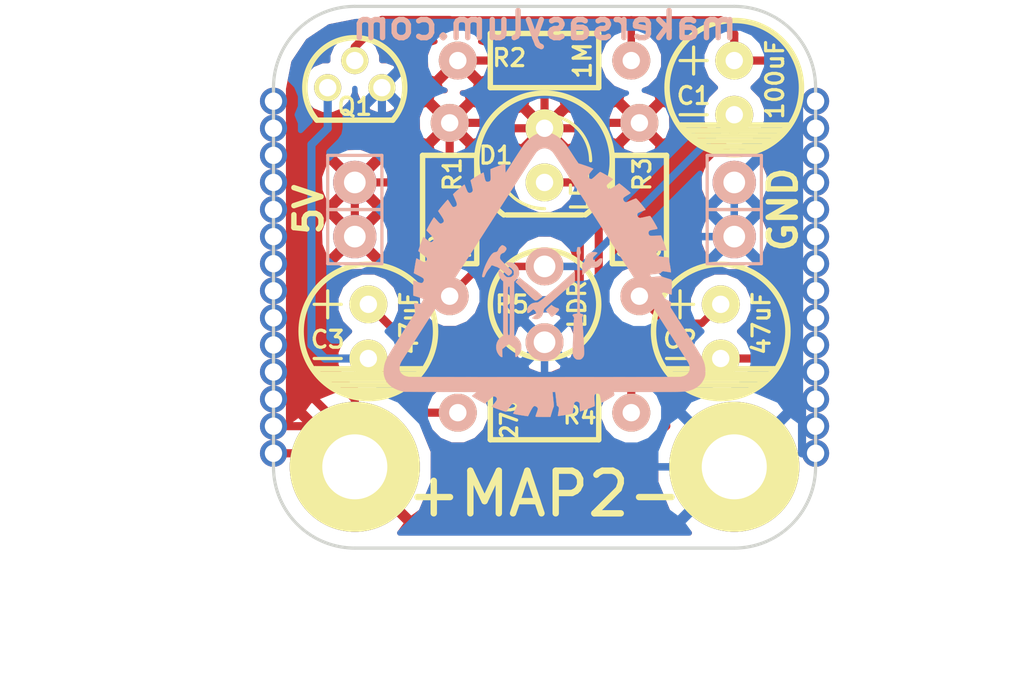
<source format=kicad_pcb>
(kicad_pcb (version 4) (host pcbnew 4.0.2-4+6225~38~ubuntu15.04.1-stable)

  (general
    (links 48)
    (no_connects 0)
    (area 32.944999 32.944999 58.495001 58.495001)
    (thickness 1.6)
    (drawings 51)
    (tracks 123)
    (zones 0)
    (modules 45)
    (nets 8)
  )

  (page User 210.058 148.336)
  (title_block
    (title MAP2)
    (date 2016-02-28)
    (rev 1)
    (company "Maker's Asylum")
    (comment 1 "learn to solder kit, interactive art")
  )

  (layers
    (0 F.Cu signal)
    (31 B.Cu signal)
    (32 B.Adhes user)
    (33 F.Adhes user)
    (34 B.Paste user)
    (35 F.Paste user)
    (36 B.SilkS user)
    (37 F.SilkS user)
    (38 B.Mask user)
    (39 F.Mask user)
    (40 Dwgs.User user)
    (41 Cmts.User user)
    (42 Eco1.User user)
    (43 Eco2.User user hide)
    (44 Edge.Cuts user)
    (45 Margin user)
    (46 B.CrtYd user)
    (47 F.CrtYd user)
    (48 B.Fab user)
    (49 F.Fab user)
  )

  (setup
    (last_trace_width 0.381)
    (user_trace_width 0.381)
    (trace_clearance 0.1905)
    (zone_clearance 0.508)
    (zone_45_only no)
    (trace_min 0.1905)
    (segment_width 0.2)
    (edge_width 0.15)
    (via_size 0.762)
    (via_drill 0.508)
    (via_min_size 0.762)
    (via_min_drill 0.508)
    (uvia_size 0.3)
    (uvia_drill 0.1)
    (uvias_allowed no)
    (uvia_min_size 0)
    (uvia_min_drill 0)
    (pcb_text_width 0.3)
    (pcb_text_size 1.5 1.5)
    (mod_edge_width 0.15)
    (mod_text_size 0.8 0.8)
    (mod_text_width 0.15)
    (pad_size 1.27 1.27)
    (pad_drill 0.8128)
    (pad_to_mask_clearance 0.2)
    (aux_axis_origin 33.02 58.42)
    (grid_origin 33.02 58.42)
    (visible_elements FFFFFF7F)
    (pcbplotparams
      (layerselection 0x00130_80000001)
      (usegerberextensions false)
      (excludeedgelayer false)
      (linewidth 0.050800)
      (plotframeref true)
      (viasonmask false)
      (mode 1)
      (useauxorigin false)
      (hpglpennumber 1)
      (hpglpenspeed 20)
      (hpglpendiameter 15)
      (hpglpenoverlay 2)
      (psnegative false)
      (psa4output false)
      (plotreference true)
      (plotvalue true)
      (plotinvisibletext false)
      (padsonsilk true)
      (subtractmaskfromsilk false)
      (outputformat 4)
      (mirror false)
      (drillshape 2)
      (scaleselection 1)
      (outputdirectory pdf/))
  )

  (net 0 "")
  (net 1 "Net-(C2-Pad1)")
  (net 2 /BASE)
  (net 3 /LDR)
  (net 4 /COLL)
  (net 5 /5V)
  (net 6 /LED)
  (net 7 /GND)

  (net_class Default "This is the default net class."
    (clearance 0.1905)
    (trace_width 0.381)
    (via_dia 0.762)
    (via_drill 0.508)
    (uvia_dia 0.3)
    (uvia_drill 0.1)
    (add_net /5V)
    (add_net /BASE)
    (add_net /COLL)
    (add_net /GND)
    (add_net /LDR)
    (add_net /LED)
    (add_net "Net-(C2-Pad1)")
  )

  (module map2:Pin_Header_Straight_1x01 (layer B.Cu) (tedit 56D2D536) (tstamp 56D19CC6)
    (at 36.83 41.275 270)
    (descr "Through hole pin header")
    (tags "pin header")
    (path /56D1AA9B)
    (fp_text reference P1 (at 0 -2.159 360) (layer F.SilkS) hide
      (effects (font (size 0.8 0.8) (thickness 0.15)))
    )
    (fp_text value 5V (at 0 0 270) (layer B.SilkS) hide
      (effects (font (size 0.8 0.8) (thickness 0.15)) (justify mirror))
    )
    (fp_line (start -1.27 1.27) (end -1.27 -1.27) (layer B.SilkS) (width 0.15))
    (fp_line (start -1.27 -1.27) (end 1.27 -1.27) (layer B.SilkS) (width 0.15))
    (fp_line (start 1.27 -1.27) (end 1.27 1.27) (layer B.SilkS) (width 0.15))
    (fp_line (start 1.27 1.27) (end -1.27 1.27) (layer B.SilkS) (width 0.15))
    (pad 1 thru_hole circle (at 0 0 270) (size 2.032 2.032) (drill 1.016) (layers *.Cu *.Mask B.SilkS)
      (net 5 /5V))
    (model header_1pin.wrl
      (at (xyz 0 0 0))
      (scale (xyz 1 1 1))
      (rotate (xyz 0 0 0))
    )
  )

  (module map2:Pin_Header_Straight_1x01 (layer B.Cu) (tedit 56D2D53B) (tstamp 56D19CCE)
    (at 36.83 43.815 270)
    (descr "Through hole pin header")
    (tags "pin header")
    (path /56D191FC)
    (fp_text reference P2 (at 0 -2.159 360) (layer F.SilkS) hide
      (effects (font (size 0.8 0.8) (thickness 0.15)))
    )
    (fp_text value 5V (at 0 0 270) (layer B.SilkS) hide
      (effects (font (size 0.8 0.8) (thickness 0.15)) (justify mirror))
    )
    (fp_line (start -1.27 1.27) (end -1.27 -1.27) (layer B.SilkS) (width 0.15))
    (fp_line (start -1.27 -1.27) (end 1.27 -1.27) (layer B.SilkS) (width 0.15))
    (fp_line (start 1.27 -1.27) (end 1.27 1.27) (layer B.SilkS) (width 0.15))
    (fp_line (start 1.27 1.27) (end -1.27 1.27) (layer B.SilkS) (width 0.15))
    (pad 1 thru_hole circle (at 0 0 270) (size 2.032 2.032) (drill 1.016) (layers *.Cu *.Mask B.SilkS)
      (net 5 /5V))
    (model header_1pin.wrl
      (at (xyz 0 0 0))
      (scale (xyz 1 1 1))
      (rotate (xyz 0 0 0))
    )
  )

  (module map2:Pin_Header_Straight_1x01 (layer B.Cu) (tedit 56D2D540) (tstamp 56D19CDE)
    (at 54.61 41.275 90)
    (descr "Through hole pin header")
    (tags "pin header")
    (path /56D1AC34)
    (fp_text reference P4 (at 0 -2.286 180) (layer F.SilkS) hide
      (effects (font (size 0.8 0.8) (thickness 0.15)))
    )
    (fp_text value GND (at 0 0 90) (layer B.SilkS) hide
      (effects (font (size 0.8 0.8) (thickness 0.15)) (justify mirror))
    )
    (fp_line (start -1.27 1.27) (end -1.27 -1.27) (layer B.SilkS) (width 0.15))
    (fp_line (start -1.27 -1.27) (end 1.27 -1.27) (layer B.SilkS) (width 0.15))
    (fp_line (start 1.27 -1.27) (end 1.27 1.27) (layer B.SilkS) (width 0.15))
    (fp_line (start 1.27 1.27) (end -1.27 1.27) (layer B.SilkS) (width 0.15))
    (pad 1 thru_hole circle (at 0 0 90) (size 2.032 2.032) (drill 1.016) (layers *.Cu *.Mask B.SilkS)
      (net 7 /GND))
    (model header_1pin.wrl
      (at (xyz 0 0 0))
      (scale (xyz 1 1 1))
      (rotate (xyz 0 0 0))
    )
  )

  (module map2:Pin_Header_Straight_1x01 (layer B.Cu) (tedit 56D2D544) (tstamp 56D19CE6)
    (at 54.61 43.815 90)
    (descr "Through hole pin header")
    (tags "pin header")
    (path /56D19384)
    (fp_text reference P5 (at 0 -2.286 180) (layer F.SilkS) hide
      (effects (font (size 0.8 0.8) (thickness 0.15)))
    )
    (fp_text value GND (at 0 0 90) (layer B.SilkS) hide
      (effects (font (size 0.8 0.8) (thickness 0.15)) (justify mirror))
    )
    (fp_line (start -1.27 1.27) (end -1.27 -1.27) (layer B.SilkS) (width 0.15))
    (fp_line (start -1.27 -1.27) (end 1.27 -1.27) (layer B.SilkS) (width 0.15))
    (fp_line (start 1.27 -1.27) (end 1.27 1.27) (layer B.SilkS) (width 0.15))
    (fp_line (start 1.27 1.27) (end -1.27 1.27) (layer B.SilkS) (width 0.15))
    (pad 1 thru_hole circle (at 0 0 90) (size 2.032 2.032) (drill 1.016) (layers *.Cu *.Mask B.SilkS)
      (net 7 /GND))
    (model header_1pin.wrl
      (at (xyz 0 0 0))
      (scale (xyz 1 1 1))
      (rotate (xyz 0 0 0))
    )
  )

  (module map2:MTG_3mm (layer F.Cu) (tedit 56D2C3FB) (tstamp 56D2C4A2)
    (at 54.61 54.61)
    (path /56D1A7FC)
    (fp_text reference P7 (at 0 1.27) (layer F.SilkS) hide
      (effects (font (size 1 1) (thickness 0.15)))
    )
    (fp_text value MTG (at 0 -1.27) (layer F.SilkS) hide
      (effects (font (size 1 1) (thickness 0.15)))
    )
    (pad 1 thru_hole circle (at 0 0) (size 6.096 6.096) (drill 3.048) (layers *.Cu *.Mask F.SilkS)
      (net 7 /GND))
  )

  (module map2:MTG_3mm (layer F.Cu) (tedit 56D2C3FB) (tstamp 56D2C4A6)
    (at 36.83 54.61)
    (path /56D1A8D9)
    (fp_text reference P8 (at 0 1.27) (layer F.SilkS) hide
      (effects (font (size 1 1) (thickness 0.15)))
    )
    (fp_text value MTG (at 0 -1.27) (layer F.SilkS) hide
      (effects (font (size 1 1) (thickness 0.15)))
    )
    (pad 1 thru_hole circle (at 0 0) (size 6.096 6.096) (drill 3.048) (layers *.Cu *.Mask F.SilkS)
      (net 5 /5V))
  )

  (module map2:MA_logo (layer B.Cu) (tedit 0) (tstamp 56D2D629)
    (at 45.72 45.593 180)
    (path /56D1A951)
    (fp_text reference P9 (at 0 0 180) (layer B.SilkS) hide
      (effects (font (thickness 0.3)) (justify mirror))
    )
    (fp_text value LOGO (at 0.75 0 180) (layer B.SilkS) hide
      (effects (font (thickness 0.3)) (justify mirror))
    )
    (fp_poly (pts (xy 0.149703 6.650797) (xy 0.234986 6.633761) (xy 0.320919 6.605234) (xy 0.390146 6.575856)
      (xy 0.520963 6.504525) (xy 0.653563 6.409503) (xy 0.783354 6.294593) (xy 0.905745 6.163596)
      (xy 0.944156 6.11695) (xy 0.967149 6.085766) (xy 1.003504 6.033449) (xy 1.051444 5.962683)
      (xy 1.109189 5.876153) (xy 1.174961 5.776541) (xy 1.246982 5.666532) (xy 1.323473 5.54881)
      (xy 1.402657 5.42606) (xy 1.425222 5.390914) (xy 1.827389 4.763872) (xy 1.835181 5.193242)
      (xy 1.873618 5.184008) (xy 1.912872 5.172722) (xy 1.972578 5.153262) (xy 2.046897 5.127711)
      (xy 2.129991 5.098152) (xy 2.216018 5.066667) (xy 2.29914 5.035338) (xy 2.373516 5.006249)
      (xy 2.384778 5.001714) (xy 2.532944 4.941744) (xy 2.532319 4.838011) (xy 2.53144 4.776593)
      (xy 2.529616 4.699736) (xy 2.52717 4.620194) (xy 2.525921 4.586111) (xy 2.524447 4.506141)
      (xy 2.528289 4.449048) (xy 2.538961 4.409745) (xy 2.557978 4.383144) (xy 2.586854 4.364159)
      (xy 2.59282 4.361338) (xy 2.631043 4.350505) (xy 2.673465 4.346222) (xy 2.710989 4.351377)
      (xy 2.741127 4.36903) (xy 2.765747 4.40247) (xy 2.78672 4.454981) (xy 2.805916 4.529851)
      (xy 2.820694 4.604978) (xy 2.833396 4.671817) (xy 2.845055 4.72728) (xy 2.854495 4.76617)
      (xy 2.860541 4.783294) (xy 2.86113 4.783667) (xy 2.878028 4.776799) (xy 2.914781 4.757839)
      (xy 2.967064 4.72925) (xy 3.030552 4.693495) (xy 3.100921 4.653039) (xy 3.173846 4.610343)
      (xy 3.245004 4.567873) (xy 3.310069 4.528091) (xy 3.313317 4.526072) (xy 3.371701 4.488391)
      (xy 3.419614 4.454865) (xy 3.452794 4.428678) (xy 3.466976 4.413014) (xy 3.4671 4.411229)
      (xy 3.461938 4.392777) (xy 3.451371 4.351928) (xy 3.436672 4.293705) (xy 3.419115 4.22313)
      (xy 3.40736 4.175411) (xy 3.387091 4.0915) (xy 3.373344 4.030078) (xy 3.365481 3.98634)
      (xy 3.362858 3.955477) (xy 3.364836 3.932683) (xy 3.370772 3.913151) (xy 3.371982 3.910163)
      (xy 3.403319 3.86547) (xy 3.449136 3.836288) (xy 3.501487 3.824608) (xy 3.552427 3.83242)
      (xy 3.58867 3.855861) (xy 3.605657 3.881215) (xy 3.628747 3.926822) (xy 3.654915 3.98623)
      (xy 3.681136 4.052988) (xy 3.681294 4.053417) (xy 3.705243 4.116291) (xy 3.726407 4.168219)
      (xy 3.74263 4.204162) (xy 3.751758 4.219081) (xy 3.752212 4.219222) (xy 3.768332 4.210438)
      (xy 3.801667 4.186266) (xy 3.848256 4.149975) (xy 3.904139 4.104837) (xy 3.965357 4.05412)
      (xy 4.027949 4.001094) (xy 4.087954 3.949031) (xy 4.141414 3.901198) (xy 4.173352 3.871478)
      (xy 4.28976 3.760611) (xy 4.198501 3.556) (xy 4.157076 3.46) (xy 4.128515 3.385056)
      (xy 4.112186 3.32744) (xy 4.107459 3.283421) (xy 4.113702 3.249271) (xy 4.130284 3.221258)
      (xy 4.140034 3.210572) (xy 4.183296 3.181509) (xy 4.235162 3.166274) (xy 4.284097 3.167457)
      (xy 4.30228 3.174139) (xy 4.32027 3.19187) (xy 4.348398 3.229083) (xy 4.383046 3.280615)
      (xy 4.420597 3.341304) (xy 4.426879 3.351939) (xy 4.462927 3.411302) (xy 4.494936 3.460152)
      (xy 4.519872 3.494131) (xy 4.534698 3.508883) (xy 4.536363 3.509097) (xy 4.551306 3.496594)
      (xy 4.580733 3.466032) (xy 4.621331 3.421253) (xy 4.669787 3.3661) (xy 4.722786 3.304417)
      (xy 4.777016 3.240045) (xy 4.829162 3.176828) (xy 4.875911 3.118609) (xy 4.901857 3.085237)
      (xy 4.984769 2.976716) (xy 4.856337 2.783052) (xy 4.799917 2.696127) (xy 4.759181 2.628151)
      (xy 4.732766 2.575576) (xy 4.719314 2.534855) (xy 4.717465 2.502442) (xy 4.725858 2.47479)
      (xy 4.733237 2.461996) (xy 4.769764 2.424601) (xy 4.818065 2.398175) (xy 4.86714 2.387856)
      (xy 4.887319 2.390025) (xy 4.912724 2.405223) (xy 4.951882 2.44005) (xy 5.001659 2.491522)
      (xy 5.044804 2.540095) (xy 5.0908 2.59245) (xy 5.130818 2.636002) (xy 5.161047 2.66675)
      (xy 5.177678 2.680692) (xy 5.179029 2.681111) (xy 5.190631 2.669456) (xy 5.213389 2.637271)
      (xy 5.244802 2.588723) (xy 5.282372 2.527982) (xy 5.323599 2.459215) (xy 5.365985 2.38659)
      (xy 5.407028 2.314277) (xy 5.444231 2.246444) (xy 5.474795 2.187851) (xy 5.533059 2.071969)
      (xy 5.375947 1.909787) (xy 5.304915 1.834898) (xy 5.252807 1.775651) (xy 5.217581 1.728792)
      (xy 5.197195 1.69107) (xy 5.189609 1.659232) (xy 5.19278 1.630026) (xy 5.195285 1.621969)
      (xy 5.225252 1.569978) (xy 5.269815 1.533421) (xy 5.321269 1.518438) (xy 5.325287 1.518356)
      (xy 5.349094 1.521618) (xy 5.376633 1.533237) (xy 5.412269 1.555959) (xy 5.460364 1.592534)
      (xy 5.518486 1.640049) (xy 5.572785 1.684215) (xy 5.619484 1.720284) (xy 5.654331 1.745112)
      (xy 5.673071 1.755555) (xy 5.674769 1.755534) (xy 5.684474 1.739535) (xy 5.701527 1.701345)
      (xy 5.724268 1.645519) (xy 5.751036 1.576611) (xy 5.78017 1.499176) (xy 5.810009 1.417769)
      (xy 5.838894 1.336945) (xy 5.865162 1.261258) (xy 5.887155 1.195263) (xy 5.90321 1.143515)
      (xy 5.911668 1.110568) (xy 5.912555 1.10335) (xy 5.901815 1.091711) (xy 5.872175 1.066516)
      (xy 5.827505 1.030883) (xy 5.771675 0.987929) (xy 5.735946 0.961071) (xy 5.67257 0.912888)
      (xy 5.615452 0.867741) (xy 5.569344 0.829514) (xy 5.538997 0.80209) (xy 5.531335 0.793792)
      (xy 5.506397 0.74315) (xy 5.509595 0.69045) (xy 5.54092 0.635766) (xy 5.547128 0.628436)
      (xy 5.575547 0.600329) (xy 5.604082 0.584373) (xy 5.637109 0.581227) (xy 5.679006 0.591548)
      (xy 5.734152 0.615994) (xy 5.806922 0.655224) (xy 5.836173 0.671884) (xy 5.896407 0.705921)
      (xy 5.947249 0.73361) (xy 5.984065 0.752507) (xy 6.002223 0.760166) (xy 6.003275 0.760078)
      (xy 6.00887 0.743012) (xy 6.0178 0.70314) (xy 6.02929 0.645066) (xy 6.042569 0.573392)
      (xy 6.056863 0.49272) (xy 6.071398 0.407653) (xy 6.085402 0.322793) (xy 6.098101 0.242743)
      (xy 6.108722 0.172104) (xy 6.116492 0.11548) (xy 6.120638 0.077473) (xy 6.120429 0.062716)
      (xy 6.107394 0.055821) (xy 6.073355 0.038371) (xy 6.022514 0.012506) (xy 5.959074 -0.019635)
      (xy 5.9055 -0.046701) (xy 5.820391 -0.090561) (xy 5.757618 -0.125277) (xy 5.713683 -0.153064)
      (xy 5.685087 -0.17614) (xy 5.668331 -0.19672) (xy 5.668105 -0.1971) (xy 5.650142 -0.252204)
      (xy 5.659958 -0.307876) (xy 5.694036 -0.358718) (xy 5.717906 -0.38102) (xy 5.743026 -0.394187)
      (xy 5.774047 -0.397874) (xy 5.815619 -0.391738) (xy 5.872392 -0.375435) (xy 5.949016 -0.348621)
      (xy 5.978781 -0.337656) (xy 6.039587 -0.315483) (xy 6.090795 -0.297531) (xy 6.126556 -0.285803)
      (xy 6.140569 -0.282222) (xy 6.143828 -0.295715) (xy 6.146459 -0.333729) (xy 6.148373 -0.392569)
      (xy 6.149481 -0.46854) (xy 6.149691 -0.557946) (xy 6.149159 -0.636264) (xy 6.145389 -0.990306)
      (xy 5.922132 -1.057581) (xy 5.845875 -1.081376) (xy 5.778319 -1.10399) (xy 5.724487 -1.12362)
      (xy 5.689406 -1.138465) (xy 5.678915 -1.144815) (xy 5.671295 -1.157373) (xy 5.67298 -1.175269)
      (xy 5.685966 -1.203663) (xy 5.712249 -1.247713) (xy 5.728827 -1.273832) (xy 5.76059 -1.321625)
      (xy 5.787417 -1.358716) (xy 5.805353 -1.379789) (xy 5.809766 -1.382657) (xy 5.827495 -1.380179)
      (xy 5.866622 -1.373674) (xy 5.920792 -1.36422) (xy 5.965472 -1.356206) (xy 6.110111 -1.329987)
      (xy 6.110111 -1.372479) (xy 6.10782 -1.402648) (xy 6.101579 -1.45355) (xy 6.092336 -1.518122)
      (xy 6.081039 -1.589303) (xy 6.080825 -1.590591) (xy 6.070242 -1.659072) (xy 6.06263 -1.718419)
      (xy 6.058656 -1.76258) (xy 6.05899 -1.785502) (xy 6.059221 -1.786233) (xy 6.06782 -1.800991)
      (xy 6.09043 -1.837743) (xy 6.125908 -1.894675) (xy 6.17311 -1.969971) (xy 6.230894 -2.061818)
      (xy 6.298114 -2.168401) (xy 6.373629 -2.287906) (xy 6.456293 -2.41852) (xy 6.544965 -2.558426)
      (xy 6.638499 -2.705812) (xy 6.683323 -2.776377) (xy 6.807676 -2.972378) (xy 6.917657 -3.146466)
      (xy 7.014268 -3.300396) (xy 7.098511 -3.435922) (xy 7.171387 -3.554801) (xy 7.233897 -3.658786)
      (xy 7.287044 -3.749633) (xy 7.331828 -3.829096) (xy 7.369252 -3.89893) (xy 7.400318 -3.960891)
      (xy 7.426025 -4.016732) (xy 7.447377 -4.06821) (xy 7.465375 -4.117078) (xy 7.48102 -4.165091)
      (xy 7.486695 -4.183944) (xy 7.511903 -4.293047) (xy 7.527855 -4.413004) (xy 7.534086 -4.534636)
      (xy 7.530127 -4.648768) (xy 7.515512 -4.746221) (xy 7.515336 -4.746971) (xy 7.466435 -4.896649)
      (xy 7.393862 -5.031095) (xy 7.297819 -5.150126) (xy 7.178508 -5.25356) (xy 7.036133 -5.341214)
      (xy 6.870896 -5.412904) (xy 6.728425 -5.457056) (xy 6.582833 -5.495472) (xy 4.884111 -5.502931)
      (xy 3.185388 -5.510389) (xy 3.294375 -5.60164) (xy 3.403363 -5.692891) (xy 3.370399 -5.719584)
      (xy 3.337959 -5.742602) (xy 3.286077 -5.775687) (xy 3.220223 -5.815642) (xy 3.145867 -5.859269)
      (xy 3.06848 -5.903374) (xy 2.99353 -5.944759) (xy 2.926489 -5.980229) (xy 2.910111 -5.988548)
      (xy 2.785517 -6.051123) (xy 2.614911 -5.890354) (xy 2.555149 -5.83528) (xy 2.49978 -5.786535)
      (xy 2.453145 -5.74777) (xy 2.419585 -5.722637) (xy 2.406811 -5.715329) (xy 2.359614 -5.710892)
      (xy 2.308631 -5.726618) (xy 2.264613 -5.758482) (xy 2.252566 -5.773094) (xy 2.234151 -5.806132)
      (xy 2.228275 -5.838996) (xy 2.236461 -5.87586) (xy 2.260231 -5.920896) (xy 2.301109 -5.978279)
      (xy 2.3495 -6.038733) (xy 2.393709 -6.093075) (xy 2.430573 -6.139622) (xy 2.456768 -6.174082)
      (xy 2.468967 -6.192163) (xy 2.469444 -6.193559) (xy 2.456802 -6.202643) (xy 2.421787 -6.218898)
      (xy 2.368765 -6.240766) (xy 2.302101 -6.266686) (xy 2.22616 -6.295099) (xy 2.145309 -6.324447)
      (xy 2.063913 -6.35317) (xy 1.986338 -6.379709) (xy 1.916949 -6.402504) (xy 1.860113 -6.419997)
      (xy 1.820195 -6.430628) (xy 1.80156 -6.432838) (xy 1.800867 -6.432343) (xy 1.776627 -6.397079)
      (xy 1.741708 -6.349146) (xy 1.699631 -6.293067) (xy 1.653914 -6.233365) (xy 1.608077 -6.174563)
      (xy 1.565642 -6.121184) (xy 1.530126 -6.07775) (xy 1.505051 -6.048786) (xy 1.494797 -6.039031)
      (xy 1.462467 -6.029191) (xy 1.424739 -6.025444) (xy 1.384371 -6.036333) (xy 1.342285 -6.063943)
      (xy 1.30681 -6.100693) (xy 1.286277 -6.139001) (xy 1.284111 -6.153455) (xy 1.29098 -6.177424)
      (xy 1.309738 -6.219757) (xy 1.33761 -6.274706) (xy 1.371819 -6.33652) (xy 1.375833 -6.343463)
      (xy 1.410253 -6.40374) (xy 1.438783 -6.455613) (xy 1.458728 -6.494041) (xy 1.467395 -6.513982)
      (xy 1.467555 -6.515068) (xy 1.454052 -6.523614) (xy 1.415502 -6.535234) (xy 1.354847 -6.549368)
      (xy 1.275027 -6.565454) (xy 1.178983 -6.582932) (xy 1.069657 -6.601241) (xy 0.949987 -6.619819)
      (xy 0.822917 -6.638105) (xy 0.821643 -6.638281) (xy 0.775452 -6.644666) (xy 0.670649 -6.435408)
      (xy 0.621247 -6.340079) (xy 0.579938 -6.268476) (xy 0.544696 -6.217979) (xy 0.513497 -6.185969)
      (xy 0.484315 -6.169827) (xy 0.462836 -6.166556) (xy 0.41652 -6.176814) (xy 0.370723 -6.203194)
      (xy 0.333412 -6.239106) (xy 0.312555 -6.27796) (xy 0.310601 -6.292487) (xy 0.31544 -6.320049)
      (xy 0.328441 -6.366969) (xy 0.347529 -6.426306) (xy 0.367046 -6.481467) (xy 0.389451 -6.543904)
      (xy 0.407626 -6.597752) (xy 0.419568 -6.636864) (xy 0.423333 -6.654329) (xy 0.419549 -6.660703)
      (xy 0.406171 -6.665623) (xy 0.380161 -6.669265) (xy 0.338481 -6.671803) (xy 0.278092 -6.673413)
      (xy 0.195958 -6.674271) (xy 0.08904 -6.674552) (xy 0.073057 -6.674556) (xy -0.277219 -6.674556)
      (xy -0.338201 -6.466417) (xy -0.361131 -6.390512) (xy -0.383329 -6.321241) (xy -0.402792 -6.264562)
      (xy -0.417516 -6.226435) (xy -0.422034 -6.21697) (xy -0.429105 -6.202203) (xy -0.43386 -6.184993)
      (xy -0.436165 -6.161581) (xy -0.435887 -6.128209) (xy -0.432892 -6.08112) (xy -0.427048 -6.016557)
      (xy -0.418221 -5.93076) (xy -0.408784 -5.843026) (xy -0.372684 -5.510389) (xy -0.434803 -5.506026)
      (xy -0.473291 -5.504281) (xy -0.497623 -5.504988) (xy -0.501272 -5.506026) (xy -0.503997 -5.520694)
      (xy -0.509233 -5.559385) (xy -0.516487 -5.618064) (xy -0.525268 -5.692691) (xy -0.535084 -5.77923)
      (xy -0.540199 -5.825453) (xy -0.574775 -6.140518) (xy -0.626054 -6.182786) (xy -0.649404 -6.203431)
      (xy -0.665139 -6.223658) (xy -0.673658 -6.248384) (xy -0.675355 -6.282525) (xy -0.67063 -6.330998)
      (xy -0.659877 -6.39872) (xy -0.648606 -6.462268) (xy -0.637843 -6.525938) (xy -0.630221 -6.578855)
      (xy -0.626486 -6.615214) (xy -0.627134 -6.629059) (xy -0.644465 -6.630737) (xy -0.684714 -6.627729)
      (xy -0.743112 -6.620819) (xy -0.81489 -6.610791) (xy -0.895279 -6.598431) (xy -0.97951 -6.584522)
      (xy -1.062813 -6.569849) (xy -1.140421 -6.555198) (xy -1.207564 -6.541351) (xy -1.259473 -6.529094)
      (xy -1.288891 -6.520198) (xy -1.300917 -6.513745) (xy -1.310291 -6.50195) (xy -1.318041 -6.48054)
      (xy -1.325193 -6.445244) (xy -1.332774 -6.39179) (xy -1.341812 -6.315905) (xy -1.34521 -6.285918)
      (xy -1.357862 -6.183721) (xy -1.370488 -6.10606) (xy -1.384168 -6.049272) (xy -1.399982 -6.009691)
      (xy -1.419011 -5.983654) (xy -1.438552 -5.969418) (xy -1.492511 -5.954954) (xy -1.551214 -5.961319)
      (xy -1.602113 -5.987036) (xy -1.604352 -5.988911) (xy -1.619978 -6.003109) (xy -1.630948 -6.017691)
      (xy -1.63823 -6.037742) (xy -1.642787 -6.068351) (xy -1.645587 -6.114605) (xy -1.647594 -6.181593)
      (xy -1.648539 -6.221744) (xy -1.65086 -6.292984) (xy -1.654098 -6.352921) (xy -1.657881 -6.396521)
      (xy -1.661837 -6.418753) (xy -1.663238 -6.420556) (xy -1.686398 -6.415651) (xy -1.731088 -6.402078)
      (xy -1.792687 -6.381547) (xy -1.866572 -6.355767) (xy -1.948122 -6.326449) (xy -2.032713 -6.295303)
      (xy -2.115724 -6.264039) (xy -2.192532 -6.234367) (xy -2.258516 -6.207998) (xy -2.309053 -6.186642)
      (xy -2.339521 -6.172008) (xy -2.34532 -6.168192) (xy -2.347753 -6.151829) (xy -2.348099 -6.112248)
      (xy -2.346473 -6.054365) (xy -2.342991 -5.983099) (xy -2.339725 -5.930999) (xy -2.333768 -5.830233)
      (xy -2.331889 -5.753488) (xy -2.334808 -5.696766) (xy -2.343243 -5.656065) (xy -2.357911 -5.627387)
      (xy -2.379531 -5.606732) (xy -2.400176 -5.59439) (xy -2.456443 -5.575682) (xy -2.510581 -5.582242)
      (xy -2.539526 -5.59481) (xy -2.560847 -5.608819) (xy -2.577778 -5.628944) (xy -2.591955 -5.659656)
      (xy -2.605012 -5.705428) (xy -2.618582 -5.770732) (xy -2.632442 -5.849056) (xy -2.643603 -5.909671)
      (xy -2.654469 -5.959891) (xy -2.663526 -5.99314) (xy -2.667776 -6.00259) (xy -2.684598 -6.001089)
      (xy -2.722534 -5.985758) (xy -2.778943 -5.958007) (xy -2.851186 -5.919247) (xy -2.936623 -5.870888)
      (xy -3.032614 -5.81434) (xy -3.122712 -5.759545) (xy -3.185416 -5.721134) (xy -3.227979 -5.693458)
      (xy -3.253533 -5.671291) (xy -3.265209 -5.649405) (xy -3.266139 -5.622571) (xy -3.259457 -5.585563)
      (xy -3.250847 -5.545667) (xy -3.242028 -5.503333) (xy -4.857666 -5.503333) (xy -5.11375 -5.503327)
      (xy -5.343292 -5.503266) (xy -5.547973 -5.503088) (xy -5.729473 -5.502734) (xy -5.889472 -5.50214)
      (xy -6.02965 -5.501244) (xy -6.151689 -5.499987) (xy -6.257268 -5.498305) (xy -6.348067 -5.496137)
      (xy -6.425767 -5.493421) (xy -6.492049 -5.490096) (xy -6.548592 -5.486101) (xy -6.597077 -5.481372)
      (xy -6.639185 -5.47585) (xy -6.676596 -5.469472) (xy -6.710989 -5.462176) (xy -6.744046 -5.453902)
      (xy -6.777447 -5.444586) (xy -6.812872 -5.434168) (xy -6.822722 -5.431242) (xy -6.981202 -5.371629)
      (xy -7.124218 -5.292484) (xy -7.249643 -5.195843) (xy -7.355347 -5.083742) (xy -7.439201 -4.95822)
      (xy -7.499076 -4.821312) (xy -7.514371 -4.769556) (xy -7.524955 -4.72034) (xy -7.531242 -4.667256)
      (xy -7.533674 -4.603046) (xy -7.532699 -4.52045) (xy -7.531685 -4.487333) (xy -7.523681 -4.362899)
      (xy -7.521937 -4.351072) (xy -6.806271 -4.351072) (xy -6.805623 -4.443755) (xy -6.801179 -4.468092)
      (xy -6.765685 -4.567887) (xy -6.707803 -4.650743) (xy -6.627975 -4.71631) (xy -6.526643 -4.764237)
      (xy -6.404252 -4.794174) (xy -6.385278 -4.796935) (xy -6.363462 -4.797974) (xy -6.314532 -4.798972)
      (xy -6.239587 -4.799928) (xy -6.13973 -4.800842) (xy -6.01606 -4.801714) (xy -5.86968 -4.802545)
      (xy -5.70169 -4.803333) (xy -5.513191 -4.804081) (xy -5.305284 -4.804786) (xy -5.07907 -4.80545)
      (xy -4.835651 -4.806072) (xy -4.576126 -4.806653) (xy -4.301597 -4.807192) (xy -4.013165 -4.80769)
      (xy -3.711931 -4.808146) (xy -3.398997 -4.80856) (xy -3.075462 -4.808933) (xy -2.742428 -4.809264)
      (xy -2.400996 -4.809554) (xy -2.052267 -4.809802) (xy -1.697342 -4.810009) (xy -1.337321 -4.810175)
      (xy -0.973307 -4.810299) (xy -0.6064 -4.810382) (xy -0.2377 -4.810423) (xy 0.131691 -4.810423)
      (xy 0.500672 -4.810381) (xy 0.868142 -4.810298) (xy 1.233 -4.810174) (xy 1.594145 -4.810008)
      (xy 1.950477 -4.809802) (xy 2.300894 -4.809554) (xy 2.644295 -4.809264) (xy 2.979579 -4.808934)
      (xy 3.305646 -4.808562) (xy 3.621394 -4.808149) (xy 3.925722 -4.807694) (xy 4.21753 -4.807199)
      (xy 4.495715 -4.806662) (xy 4.759179 -4.806085) (xy 5.006818 -4.805466) (xy 5.237533 -4.804806)
      (xy 5.450222 -4.804105) (xy 5.643785 -4.803362) (xy 5.817119 -4.802579) (xy 5.969126 -4.801755)
      (xy 6.098703 -4.80089) (xy 6.204749 -4.799983) (xy 6.286163 -4.799036) (xy 6.341845 -4.798048)
      (xy 6.370694 -4.797018) (xy 6.373673 -4.796743) (xy 6.441101 -4.783971) (xy 6.510682 -4.765212)
      (xy 6.565907 -4.745107) (xy 6.637508 -4.703099) (xy 6.70248 -4.646583) (xy 6.753902 -4.58271)
      (xy 6.78478 -4.518883) (xy 6.80014 -4.421752) (xy 6.792681 -4.315002) (xy 6.763441 -4.204095)
      (xy 6.713455 -4.094492) (xy 6.699752 -4.071056) (xy 6.689184 -4.054343) (xy 6.663886 -4.014683)
      (xy 6.624373 -3.952879) (xy 6.571159 -3.869732) (xy 6.50476 -3.766048) (xy 6.42569 -3.642627)
      (xy 6.334464 -3.500274) (xy 6.231598 -3.33979) (xy 6.117606 -3.16198) (xy 5.993003 -2.967645)
      (xy 5.858305 -2.75759) (xy 5.714025 -2.532616) (xy 5.56068 -2.293526) (xy 5.398783 -2.041124)
      (xy 5.22885 -1.776213) (xy 5.051396 -1.499594) (xy 4.866935 -1.212072) (xy 4.675983 -0.914449)
      (xy 4.479055 -0.607529) (xy 4.276665 -0.292113) (xy 4.069328 0.030995) (xy 3.85756 0.360992)
      (xy 3.641875 0.697076) (xy 3.550642 0.839232) (xy 3.277356 1.265003) (xy 3.018922 1.667534)
      (xy 2.774993 2.047362) (xy 2.545219 2.405026) (xy 2.329252 2.741064) (xy 2.126745 3.056014)
      (xy 1.937347 3.350414) (xy 1.760711 3.624803) (xy 1.596489 3.879719) (xy 1.444332 4.1157)
      (xy 1.303891 4.333284) (xy 1.174818 4.533009) (xy 1.056765 4.715413) (xy 0.949383 4.881035)
      (xy 0.852324 5.030413) (xy 0.765239 5.164085) (xy 0.687781 5.282589) (xy 0.619599 5.386463)
      (xy 0.560347 5.476246) (xy 0.509675 5.552475) (xy 0.467236 5.61569) (xy 0.43268 5.666427)
      (xy 0.405659 5.705225) (xy 0.385826 5.732623) (xy 0.37283 5.749159) (xy 0.369133 5.753187)
      (xy 0.315133 5.799378) (xy 0.251072 5.84436) (xy 0.200805 5.873149) (xy 0.094054 5.911009)
      (xy -0.014504 5.921407) (xy -0.122677 5.904822) (xy -0.228274 5.861728) (xy -0.329106 5.792603)
      (xy -0.378315 5.747151) (xy -0.388588 5.734991) (xy -0.405151 5.712819) (xy -0.428365 5.68008)
      (xy -0.458588 5.636217) (xy -0.496181 5.580678) (xy -0.541502 5.512907) (xy -0.59491 5.432349)
      (xy -0.656765 5.338449) (xy -0.727427 5.230653) (xy -0.807254 5.108405) (xy -0.896605 4.971152)
      (xy -0.995841 4.818338) (xy -1.10532 4.649408) (xy -1.225401 4.463808) (xy -1.356445 4.260982)
      (xy -1.49881 4.040377) (xy -1.652855 3.801437) (xy -1.81894 3.543607) (xy -1.997424 3.266333)
      (xy -2.188667 2.96906) (xy -2.393027 2.651233) (xy -2.610864 2.312297) (xy -2.842537 1.951697)
      (xy -3.088406 1.568879) (xy -3.34883 1.163288) (xy -3.570202 0.818444) (xy -3.787741 0.479486)
      (xy -4.00162 0.146119) (xy -4.211324 -0.180848) (xy -4.416333 -0.500606) (xy -4.616132 -0.812343)
      (xy -4.810203 -1.115252) (xy -4.998028 -1.408522) (xy -5.179091 -1.691344) (xy -5.352873 -1.962907)
      (xy -5.518859 -2.222404) (xy -5.67653 -2.469022) (xy -5.825369 -2.701955) (xy -5.964859 -2.92039)
      (xy -6.094483 -3.12352) (xy -6.213724 -3.310534) (xy -6.322063 -3.480622) (xy -6.418985 -3.632976)
      (xy -6.503971 -3.766785) (xy -6.576505 -3.88124) (xy -6.636068 -3.975531) (xy -6.682145 -4.048849)
      (xy -6.714217 -4.100383) (xy -6.731767 -4.129326) (xy -6.734687 -4.134556) (xy -6.782743 -4.248594)
      (xy -6.806271 -4.351072) (xy -7.521937 -4.351072) (xy -7.507262 -4.251607) (xy -7.480221 -4.145221)
      (xy -7.440346 -4.03551) (xy -7.385426 -3.91424) (xy -7.368788 -3.880556) (xy -7.349135 -3.844549)
      (xy -7.315497 -3.786785) (xy -7.269115 -3.70927) (xy -7.21123 -3.614011) (xy -7.143081 -3.503011)
      (xy -7.065911 -3.378279) (xy -6.980959 -3.241818) (xy -6.889467 -3.095636) (xy -6.792676 -2.941738)
      (xy -6.691825 -2.78213) (xy -6.593709 -2.627547) (xy -5.89988 -1.536816) (xy -5.916184 -1.414962)
      (xy -5.923196 -1.350646) (xy -5.924421 -1.307473) (xy -5.919791 -1.288514) (xy -5.918994 -1.288064)
      (xy -5.901437 -1.279679) (xy -5.864979 -1.26114) (xy -5.81564 -1.235534) (xy -5.779471 -1.216539)
      (xy -5.724019 -1.186729) (xy -5.684596 -1.1624) (xy -5.6546 -1.137284) (xy -5.627431 -1.105109)
      (xy -5.596485 -1.059607) (xy -5.569381 -1.017004) (xy -5.485321 -0.883952) (xy -5.517057 -0.858254)
      (xy -5.541342 -0.842641) (xy -5.569021 -0.835366) (xy -5.604881 -0.837021) (xy -5.653709 -0.848203)
      (xy -5.720293 -0.869506) (xy -5.780781 -0.891033) (xy -5.843547 -0.91279) (xy -5.896591 -0.929123)
      (xy -5.934423 -0.938483) (xy -5.951551 -0.939324) (xy -5.95168 -0.939209) (xy -5.95471 -0.922593)
      (xy -5.957207 -0.882552) (xy -5.959164 -0.823871) (xy -5.960577 -0.751337) (xy -5.96144 -0.669737)
      (xy -5.96175 -0.583857) (xy -5.961501 -0.498483) (xy -5.960688 -0.418403) (xy -5.959305 -0.348401)
      (xy -5.957349 -0.293265) (xy -5.954814 -0.25778) (xy -5.9524 -0.246793) (xy -5.936173 -0.239665)
      (xy -5.897774 -0.226334) (xy -5.842147 -0.208414) (xy -5.774237 -0.187522) (xy -5.736546 -0.176266)
      (xy -5.662045 -0.153544) (xy -5.5952 -0.131865) (xy -5.541656 -0.113157) (xy -5.507061 -0.099347)
      (xy -5.499145 -0.095223) (xy -5.484244 -0.088026) (xy -5.463634 -0.083952) (xy -5.432849 -0.083093)
      (xy -5.387421 -0.085539) (xy -5.322883 -0.091382) (xy -5.235899 -0.100589) (xy -5.158547 -0.108868)
      (xy -5.091837 -0.115651) (xy -5.040444 -0.120491) (xy -5.009043 -0.122941) (xy -5.001437 -0.122973)
      (xy -4.982014 -0.094355) (xy -4.961549 -0.059741) (xy -4.944414 -0.027251) (xy -4.934976 -0.005004)
      (xy -4.935184 0.00013) (xy -4.952079 0.001661) (xy -4.992279 0.005828) (xy -5.051047 0.012123)
      (xy -5.123641 0.02004) (xy -5.192659 0.027663) (xy -5.29659 0.04019) (xy -5.373408 0.051655)
      (xy -5.422771 0.061999) (xy -5.444339 0.07116) (xy -5.445216 0.072593) (xy -5.468604 0.108431)
      (xy -5.506954 0.138754) (xy -5.548149 0.154578) (xy -5.556669 0.155222) (xy -5.586738 0.152756)
      (xy -5.637045 0.146075) (xy -5.700109 0.136252) (xy -5.756713 0.126495) (xy -5.820197 0.115607)
      (xy -5.872725 0.107626) (xy -5.908563 0.103353) (xy -5.921881 0.103399) (xy -5.922681 0.119784)
      (xy -5.918978 0.159269) (xy -5.911483 0.21722) (xy -5.900907 0.289001) (xy -5.88796 0.369977)
      (xy -5.873354 0.455512) (xy -5.857798 0.540971) (xy -5.843606 0.613833) (xy -5.806528 0.797278)
      (xy -5.580847 0.822899) (xy -5.479292 0.835522) (xy -5.402005 0.848176) (xy -5.345065 0.862202)
      (xy -5.304549 0.87894) (xy -5.276533 0.899734) (xy -5.257096 0.925923) (xy -5.252236 0.935271)
      (xy -5.241438 0.97182) (xy -5.245512 1.01475) (xy -5.249227 1.029715) (xy -5.262152 1.065628)
      (xy -5.281477 1.091836) (xy -5.311347 1.109799) (xy -5.35591 1.120978) (xy -5.419311 1.126833)
      (xy -5.505697 1.128824) (xy -5.530855 1.128889) (xy -5.599237 1.129185) (xy -5.656118 1.129995)
      (xy -5.696268 1.131201) (xy -5.714458 1.132688) (xy -5.715 1.133004) (xy -5.710366 1.15126)
      (xy -5.69762 1.191079) (xy -5.678497 1.247576) (xy -5.654733 1.315865) (xy -5.62806 1.391061)
      (xy -5.600216 1.468278) (xy -5.572934 1.54263) (xy -5.547949 1.609232) (xy -5.526996 1.663199)
      (xy -5.524663 1.669024) (xy -5.457756 1.835214) (xy -5.32885 1.825319) (xy -5.249936 1.820397)
      (xy -5.160487 1.816527) (xy -5.078188 1.814455) (xy -5.06829 1.814351) (xy -5.006231 1.814269)
      (xy -4.965592 1.8163) (xy -4.939577 1.822021) (xy -4.921387 1.833014) (xy -4.904227 1.850855)
      (xy -4.902484 1.85287) (xy -4.874234 1.904789) (xy -4.868498 1.962822) (xy -4.885399 2.017656)
      (xy -4.900084 2.038424) (xy -4.918954 2.055688) (xy -4.94487 2.069367) (xy -4.983648 2.081453)
      (xy -5.041106 2.09394) (xy -5.087056 2.102469) (xy -5.171747 2.117108) (xy -5.23176 2.128114)
      (xy -5.269776 2.138782) (xy -5.288475 2.152406) (xy -5.290539 2.172279) (xy -5.278649 2.201696)
      (xy -5.255485 2.24395) (xy -5.233971 2.282978) (xy -5.195731 2.352248) (xy -5.153021 2.426546)
      (xy -5.108414 2.501731) (xy -5.064485 2.57366) (xy -5.023809 2.63819) (xy -4.98896 2.691177)
      (xy -4.962512 2.728479) (xy -4.947039 2.745954) (xy -4.945889 2.746585) (xy -4.927481 2.745479)
      (xy -4.886863 2.738559) (xy -4.829204 2.726841) (xy -4.759679 2.711346) (xy -4.722713 2.702651)
      (xy -4.646376 2.685055) (xy -4.576571 2.670192) (xy -4.519385 2.659268) (xy -4.480904 2.653491)
      (xy -4.47172 2.652889) (xy -4.423474 2.665707) (xy -4.381692 2.699016) (xy -4.353723 2.745099)
      (xy -4.346222 2.784705) (xy -4.347296 2.820921) (xy -4.352947 2.849064) (xy -4.366825 2.872038)
      (xy -4.392576 2.892749) (xy -4.433848 2.9141) (xy -4.494288 2.938997) (xy -4.577544 2.970344)
      (xy -4.580911 2.971592) (xy -4.639754 2.994007) (xy -4.688822 3.013844) (xy -4.721955 3.028544)
      (xy -4.732518 3.03454) (xy -4.728474 3.048939) (xy -4.708459 3.080697) (xy -4.675448 3.126255)
      (xy -4.632416 3.182054) (xy -4.582339 3.244536) (xy -4.528192 3.310142) (xy -4.472951 3.375313)
      (xy -4.41959 3.436491) (xy -4.371086 3.490117) (xy -4.330413 3.532634) (xy -4.300546 3.560481)
      (xy -4.284727 3.570111) (xy -4.266682 3.564729) (xy -4.227554 3.54985) (xy -4.172074 3.527378)
      (xy -4.104978 3.499214) (xy -4.056636 3.478435) (xy -3.983393 3.4474) (xy -3.917518 3.420853)
      (xy -3.864072 3.40073) (xy -3.828115 3.388964) (xy -3.816668 3.386713) (xy -3.772933 3.399401)
      (xy -3.732038 3.432616) (xy -3.700279 3.478875) (xy -3.68395 3.530695) (xy -3.683 3.545583)
      (xy -3.68706 3.570688) (xy -3.701411 3.595405) (xy -3.72931 3.622585) (xy -3.774012 3.655083)
      (xy -3.838775 3.695753) (xy -3.88697 3.724301) (xy -3.944014 3.758694) (xy -3.990403 3.788676)
      (xy -4.021612 3.811173) (xy -4.033118 3.823114) (xy -4.033056 3.823512) (xy -4.02033 3.838242)
      (xy -3.989625 3.867472) (xy -3.944825 3.907853) (xy -3.889811 3.956036) (xy -3.828467 4.008673)
      (xy -3.764675 4.062414) (xy -3.702318 4.113912) (xy -3.64528 4.159816) (xy -3.621897 4.178132)
      (xy -3.497293 4.274651) (xy -3.305258 4.146125) (xy -3.216446 4.088077) (xy -3.146453 4.046382)
      (xy -3.091765 4.020141) (xy -3.048864 4.008457) (xy -3.014233 4.010431) (xy -2.984358 4.025166)
      (xy -2.955721 4.051763) (xy -2.952019 4.055916) (xy -2.916114 4.111626) (xy -2.907866 4.165054)
      (xy -2.919841 4.202945) (xy -2.935314 4.220997) (xy -2.967982 4.252443) (xy -3.013112 4.292911)
      (xy -3.065967 4.338031) (xy -3.067851 4.339601) (xy -3.119369 4.383572) (xy -3.16182 4.421856)
      (xy -3.191022 4.45053) (xy -3.202793 4.465673) (xy -3.202856 4.466167) (xy -3.191063 4.478694)
      (xy -3.158489 4.502093) (xy -3.109271 4.533984) (xy -3.047545 4.571987) (xy -2.977448 4.613721)
      (xy -2.903116 4.656806) (xy -2.828687 4.698862) (xy -2.758296 4.737509) (xy -2.69608 4.770366)
      (xy -2.646176 4.795054) (xy -2.612719 4.809191) (xy -2.602507 4.811618) (xy -2.587679 4.802478)
      (xy -2.556196 4.777003) (xy -2.511767 4.738396) (xy -2.458106 4.68986) (xy -2.41495 4.649733)
      (xy -2.355066 4.594874) (xy -2.299704 4.546824) (xy -2.253122 4.509079) (xy -2.219579 4.485133)
      (xy -2.206315 4.478496) (xy -2.15806 4.479069) (xy -2.110501 4.500109) (xy -2.070051 4.53561)
      (xy -2.043122 4.579566) (xy -2.036127 4.625974) (xy -2.037961 4.636162) (xy -2.049793 4.659022)
      (xy -2.076281 4.698152) (xy -2.11371 4.748395) (xy -2.158364 4.804597) (xy -2.166559 4.814559)
      (xy -2.2869 4.960056) (xy -2.204949 4.997483) (xy -2.161111 5.015971) (xy -2.101145 5.039128)
      (xy -2.029731 5.065367) (xy -1.951549 5.093102) (xy -1.87128 5.120747) (xy -1.793604 5.146715)
      (xy -1.723199 5.169421) (xy -1.664747 5.187278) (xy -1.622928 5.1987) (xy -1.602421 5.202102)
      (xy -1.601704 5.201933) (xy -1.59068 5.211958) (xy -1.566517 5.243158) (xy -1.531088 5.292812)
      (xy -1.486269 5.358196) (xy -1.433934 5.436589) (xy -1.375958 5.52527) (xy -1.332825 5.592319)
      (xy -1.267405 5.693905) (xy -1.202294 5.793595) (xy -1.140187 5.887366) (xy -1.083781 5.971191)
      (xy -1.035772 6.041046) (xy -0.998856 6.092905) (xy -0.986275 6.109696) (xy -0.854858 6.262277)
      (xy -0.712885 6.393391) (xy -0.562927 6.501014) (xy -0.407558 6.583122) (xy -0.360321 6.602459)
      (xy -0.30231 6.623657) (xy -0.253949 6.638047) (xy -0.206305 6.647241) (xy -0.150443 6.652848)
      (xy -0.077429 6.656479) (xy -0.056445 6.657232) (xy 0.055686 6.658051) (xy 0.149703 6.650797)) (layer B.SilkS) (width 0.01))
    (fp_poly (pts (xy -1.55761 1.282677) (xy -1.545288 1.274383) (xy -1.536325 1.255262) (xy -1.528608 1.220979)
      (xy -1.52002 1.167202) (xy -1.509608 1.09728) (xy -1.502694 1.039092) (xy -1.503405 0.997609)
      (xy -1.512255 0.962223) (xy -1.516696 0.950918) (xy -1.520304 0.939538) (xy -1.523491 0.922605)
      (xy -1.526282 0.898452) (xy -1.528704 0.865417) (xy -1.53078 0.821834) (xy -1.532537 0.76604)
      (xy -1.533999 0.696369) (xy -1.535191 0.611158) (xy -1.536139 0.508743) (xy -1.536868 0.387458)
      (xy -1.537403 0.24564) (xy -1.537769 0.081625) (xy -1.537991 -0.106253) (xy -1.538095 -0.319657)
      (xy -1.538111 -0.465447) (xy -1.538111 -1.830559) (xy -1.46103 -1.839618) (xy -1.385436 -1.853141)
      (xy -1.336131 -1.872715) (xy -1.313724 -1.898063) (xy -1.312333 -1.907265) (xy -1.318043 -1.928946)
      (xy -1.32497 -1.933222) (xy -1.33821 -1.944753) (xy -1.357166 -1.973929) (xy -1.366337 -1.991291)
      (xy -1.384706 -2.03875) (xy -1.385132 -2.074161) (xy -1.382693 -2.081905) (xy -1.379186 -2.103655)
      (xy -1.375088 -2.149938) (xy -1.370608 -2.217077) (xy -1.365959 -2.301393) (xy -1.361353 -2.39921)
      (xy -1.357001 -2.50685) (xy -1.354973 -2.563587) (xy -1.350431 -2.69524) (xy -1.345457 -2.837234)
      (xy -1.340327 -2.981832) (xy -1.335317 -3.121294) (xy -1.330703 -3.24788) (xy -1.326828 -3.352089)
      (xy -1.322598 -3.478638) (xy -1.320818 -3.580773) (xy -1.32202 -3.662237) (xy -1.326733 -3.726772)
      (xy -1.335487 -3.778122) (xy -1.348813 -3.820028) (xy -1.367239 -3.856234) (xy -1.391297 -3.890483)
      (xy -1.405537 -3.907964) (xy -1.442284 -3.94309) (xy -1.483047 -3.970403) (xy -1.491138 -3.974196)
      (xy -1.548995 -3.988639) (xy -1.616237 -3.991577) (xy -1.677764 -3.982757) (xy -1.693326 -3.977591)
      (xy -1.753418 -3.939308) (xy -1.806609 -3.876567) (xy -1.825235 -3.845278) (xy -1.838506 -3.817134)
      (xy -1.847244 -3.787137) (xy -1.852311 -3.748714) (xy -1.854569 -3.695293) (xy -1.854883 -3.620302)
      (xy -1.854879 -3.6195) (xy -1.853664 -3.547033) (xy -1.850698 -3.454626) (xy -1.846202 -3.34581)
      (xy -1.840401 -3.224115) (xy -1.833517 -3.093072) (xy -1.825773 -2.956212) (xy -1.817392 -2.817065)
      (xy -1.808596 -2.679163) (xy -1.799609 -2.546035) (xy -1.790654 -2.421213) (xy -1.781953 -2.308228)
      (xy -1.773729 -2.210609) (xy -1.766205 -2.131888) (xy -1.759604 -2.075596) (xy -1.756006 -2.053167)
      (xy -1.755744 -2.015352) (xy -1.772924 -1.974692) (xy -1.784793 -1.956095) (xy -1.805526 -1.91983)
      (xy -1.815274 -1.890981) (xy -1.814869 -1.882891) (xy -1.797419 -1.867975) (xy -1.762224 -1.852593)
      (xy -1.719476 -1.840285) (xy -1.679366 -1.834593) (xy -1.675695 -1.834523) (xy -1.671595 -1.833372)
      (xy -1.667975 -1.828852) (xy -1.664804 -1.819315) (xy -1.662053 -1.803118) (xy -1.659693 -1.778615)
      (xy -1.657693 -1.74416) (xy -1.656024 -1.698109) (xy -1.654656 -1.638816) (xy -1.65356 -1.564637)
      (xy -1.652706 -1.473924) (xy -1.652064 -1.365035) (xy -1.651605 -1.236323) (xy -1.651298 -1.086142)
      (xy -1.651115 -0.912849) (xy -1.651026 -0.714797) (xy -1.651 -0.490341) (xy -1.651 -0.465104)
      (xy -1.651019 -0.237659) (xy -1.651097 -0.03672) (xy -1.651265 0.139429) (xy -1.651555 0.292504)
      (xy -1.651999 0.424221) (xy -1.652629 0.536295) (xy -1.653476 0.630443) (xy -1.654572 0.708381)
      (xy -1.655949 0.771825) (xy -1.657638 0.822491) (xy -1.659672 0.862094) (xy -1.662081 0.892352)
      (xy -1.664897 0.914979) (xy -1.668153 0.931692) (xy -1.67188 0.944207) (xy -1.676109 0.954239)
      (xy -1.677264 0.95659) (xy -1.692839 0.992595) (xy -1.699702 1.018654) (xy -1.699451 1.023056)
      (xy -1.695837 1.042664) (xy -1.689672 1.082955) (xy -1.682053 1.136624) (xy -1.678786 1.160639)
      (xy -1.662196 1.284111) (xy -1.600793 1.284111) (xy -1.575407 1.284475) (xy -1.55761 1.282677)) (layer B.SilkS) (width 0.01))
    (fp_poly (pts (xy 1.741717 0.570768) (xy 1.791462 0.566635) (xy 1.815705 0.556198) (xy 1.815802 0.536553)
      (xy 1.793111 0.504796) (xy 1.748989 0.458024) (xy 1.728047 0.436877) (xy 1.681607 0.391771)
      (xy 1.641025 0.355309) (xy 1.61108 0.331603) (xy 1.597509 0.324556) (xy 1.579129 0.314839)
      (xy 1.548535 0.289274) (xy 1.512116 0.25324) (xy 1.509522 0.250472) (xy 1.473624 0.210849)
      (xy 1.452935 0.181483) (xy 1.443209 0.152186) (xy 1.4402 0.11277) (xy 1.439871 0.083348)
      (xy 1.439333 -0.009693) (xy 1.508893 -0.068347) (xy 1.548319 -0.100037) (xy 1.579123 -0.117609)
      (xy 1.612869 -0.125208) (xy 1.661123 -0.12698) (xy 1.672533 -0.127) (xy 1.72455 -0.125894)
      (xy 1.759591 -0.119877) (xy 1.788888 -0.104897) (xy 1.823675 -0.076903) (xy 1.832279 -0.069387)
      (xy 1.86862 -0.033856) (xy 1.895505 -0.00082) (xy 1.905476 0.018129) (xy 1.918356 0.038384)
      (xy 1.946616 0.068947) (xy 1.984963 0.105315) (xy 2.028104 0.142984) (xy 2.070745 0.177452)
      (xy 2.107594 0.204215) (xy 2.133357 0.218769) (xy 2.141939 0.219303) (xy 2.14655 0.20141)
      (xy 2.149989 0.162672) (xy 2.15168 0.110461) (xy 2.15176 0.093387) (xy 2.150227 0.029961)
      (xy 2.144079 -0.017431) (xy 2.130637 -0.060911) (xy 2.107218 -0.112602) (xy 2.105381 -0.116344)
      (xy 2.062452 -0.188742) (xy 2.012352 -0.250222) (xy 1.996204 -0.265619) (xy 1.933222 -0.321058)
      (xy 1.933222 -2.863047) (xy 2.011994 -2.915332) (xy 2.10565 -2.993405) (xy 2.178423 -3.086997)
      (xy 2.229868 -3.19217) (xy 2.25954 -3.30498) (xy 2.266993 -3.421488) (xy 2.251784 -3.537752)
      (xy 2.213467 -3.649831) (xy 2.151597 -3.753784) (xy 2.111985 -3.801165) (xy 2.069124 -3.842156)
      (xy 2.034601 -3.862486) (xy 2.011502 -3.866444) (xy 1.97181 -3.866444) (xy 1.978454 -3.682438)
      (xy 1.985098 -3.498431) (xy 1.831072 -3.378236) (xy 1.774582 -3.334988) (xy 1.7259 -3.299291)
      (xy 1.689331 -3.274182) (xy 1.669179 -3.262699) (xy 1.666936 -3.262381) (xy 1.652595 -3.272273)
      (xy 1.620605 -3.296218) (xy 1.575471 -3.330791) (xy 1.521703 -3.372565) (xy 1.512802 -3.37953)
      (xy 1.368778 -3.492337) (xy 1.368778 -3.679391) (xy 1.368629 -3.755015) (xy 1.367668 -3.806892)
      (xy 1.365121 -3.839496) (xy 1.360214 -3.857303) (xy 1.352173 -3.864787) (xy 1.340225 -3.866424)
      (xy 1.336438 -3.866444) (xy 1.305641 -3.85537) (xy 1.265816 -3.825031) (xy 1.246887 -3.806472)
      (xy 1.170428 -3.710245) (xy 1.119586 -3.607139) (xy 1.093005 -3.493367) (xy 1.089278 -3.366149)
      (xy 1.096091 -3.291774) (xy 1.109827 -3.230871) (xy 1.133959 -3.168902) (xy 1.139112 -3.157714)
      (xy 1.195007 -3.061495) (xy 1.265341 -2.97664) (xy 1.343652 -2.91061) (xy 1.364438 -2.897496)
      (xy 1.425222 -2.861874) (xy 1.425217 -1.907513) (xy 1.622776 -1.907513) (xy 1.622843 -2.090467)
      (xy 1.623087 -2.248655) (xy 1.623617 -2.383802) (xy 1.624542 -2.497636) (xy 1.625969 -2.591884)
      (xy 1.628008 -2.668274) (xy 1.630767 -2.728534) (xy 1.634354 -2.77439) (xy 1.638878 -2.807569)
      (xy 1.644448 -2.8298) (xy 1.651171 -2.842809) (xy 1.659157 -2.848324) (xy 1.668515 -2.848072)
      (xy 1.679352 -2.84378) (xy 1.691777 -2.837176) (xy 1.694261 -2.835837) (xy 1.699247 -2.832502)
      (xy 1.703587 -2.826959) (xy 1.707324 -2.817349) (xy 1.710503 -2.801816) (xy 1.713171 -2.778502)
      (xy 1.715371 -2.745548) (xy 1.717148 -2.701098) (xy 1.718548 -2.643293) (xy 1.719616 -2.570276)
      (xy 1.720396 -2.480189) (xy 1.720933 -2.371175) (xy 1.721273 -2.241375) (xy 1.72146 -2.088932)
      (xy 1.721539 -1.911989) (xy 1.721555 -1.708688) (xy 1.721555 -1.707956) (xy 1.721511 -1.502749)
      (xy 1.721352 -1.323935) (xy 1.721044 -1.169686) (xy 1.720552 -1.038171) (xy 1.719839 -0.927562)
      (xy 1.718869 -0.836029) (xy 1.717608 -0.761744) (xy 1.716019 -0.702877) (xy 1.714067 -0.657599)
      (xy 1.711716 -0.624082) (xy 1.70893 -0.600496) (xy 1.705674 -0.585012) (xy 1.701912 -0.5758)
      (xy 1.699409 -0.572536) (xy 1.673844 -0.558107) (xy 1.65002 -0.564969) (xy 1.645054 -0.568301)
      (xy 1.640731 -0.573859) (xy 1.637006 -0.583495) (xy 1.633836 -0.599062) (xy 1.631174 -0.622413)
      (xy 1.628978 -0.655401) (xy 1.627202 -0.69988) (xy 1.625802 -0.757703) (xy 1.624732 -0.830722)
      (xy 1.62395 -0.920791) (xy 1.62341 -1.029762) (xy 1.623067 -1.15949) (xy 1.622877 -1.311826)
      (xy 1.622795 -1.488625) (xy 1.622778 -1.691739) (xy 1.622778 -1.698063) (xy 1.622776 -1.907513)
      (xy 1.425217 -1.907513) (xy 1.425215 -1.596742) (xy 1.425208 -0.331611) (xy 1.355526 -0.271602)
      (xy 1.283274 -0.1914) (xy 1.239477 -0.11741) (xy 1.213924 -0.061066) (xy 1.199803 -0.014172)
      (xy 1.193907 0.03714) (xy 1.192953 0.083636) (xy 1.198733 0.175261) (xy 1.215161 0.254575)
      (xy 1.218474 0.264746) (xy 1.256336 0.340313) (xy 1.314359 0.415029) (xy 1.385352 0.481094)
      (xy 1.462124 0.530705) (xy 1.464873 0.53207) (xy 1.511013 0.552588) (xy 1.55284 0.564565)
      (xy 1.601269 0.570153) (xy 1.665111 0.5715) (xy 1.741717 0.570768)) (layer B.SilkS) (width 0.01))
    (fp_poly (pts (xy -1.398169 0.142455) (xy -1.366542 0.11573) (xy -1.320138 0.075368) (xy -1.26201 0.024038)
      (xy -1.195211 -0.035586) (xy -1.14738 -0.078615) (xy -0.969634 -0.238256) (xy -0.798125 -0.390828)
      (xy -0.634097 -0.53529) (xy -0.478793 -0.670599) (xy -0.333457 -0.795713) (xy -0.199332 -0.909591)
      (xy -0.077663 -1.01119) (xy 0.030308 -1.099468) (xy 0.123337 -1.173384) (xy 0.20018 -1.231896)
      (xy 0.259594 -1.273962) (xy 0.300334 -1.298539) (xy 0.315832 -1.30457) (xy 0.345524 -1.308951)
      (xy 0.392171 -1.314262) (xy 0.435231 -1.318405) (xy 0.538773 -1.337422) (xy 0.626198 -1.376408)
      (xy 0.703897 -1.43831) (xy 0.711074 -1.445561) (xy 0.77102 -1.521001) (xy 0.805304 -1.600073)
      (xy 0.816362 -1.68905) (xy 0.815709 -1.715082) (xy 0.812437 -1.761966) (xy 0.806493 -1.787663)
      (xy 0.794467 -1.799197) (xy 0.772946 -1.803592) (xy 0.772716 -1.803619) (xy 0.745282 -1.801123)
      (xy 0.713979 -1.784913) (xy 0.672508 -1.751438) (xy 0.659827 -1.739967) (xy 0.605432 -1.689919)
      (xy 0.567703 -1.656484) (xy 0.541992 -1.637771) (xy 0.523653 -1.631894) (xy 0.508038 -1.636965)
      (xy 0.490499 -1.651094) (xy 0.475106 -1.66491) (xy 0.438139 -1.706913) (xy 0.407158 -1.757912)
      (xy 0.400816 -1.772516) (xy 0.376467 -1.836273) (xy 0.48026 -1.940764) (xy 0.584053 -2.045254)
      (xy 0.535443 -2.064986) (xy 0.464881 -2.085787) (xy 0.392201 -2.094259) (xy 0.331611 -2.089142)
      (xy 0.242202 -2.054404) (xy 0.168432 -1.996451) (xy 0.110197 -1.915143) (xy 0.067395 -1.810341)
      (xy 0.042511 -1.699189) (xy 0.033384 -1.652778) (xy 0.019907 -1.618707) (xy -0.003606 -1.587057)
      (xy -0.042839 -1.54791) (xy -0.045752 -1.545167) (xy -0.093914 -1.50061) (xy -0.161138 -1.439501)
      (xy -0.245199 -1.363816) (xy -0.343874 -1.275536) (xy -0.45494 -1.176638) (xy -0.576172 -1.069101)
      (xy -0.705348 -0.954904) (xy -0.840243 -0.836025) (xy -0.978634 -0.714444) (xy -1.026583 -0.672408)
      (xy -1.425222 -0.323128) (xy -1.425222 -0.082777) (xy -1.42448 0.004403) (xy -1.422369 0.07425)
      (xy -1.419061 0.123699) (xy -1.414728 0.149689) (xy -1.411963 0.15287) (xy -1.398169 0.142455)) (layer B.SilkS) (width 0.01))
    (fp_poly (pts (xy -0.196781 -1.539591) (xy -0.147787 -1.586304) (xy -0.107661 -1.628248) (xy -0.080538 -1.660837)
      (xy -0.070556 -1.679485) (xy -0.070556 -1.6795) (xy -0.08086 -1.701281) (xy -0.107483 -1.73201)
      (xy -0.134317 -1.756292) (xy -0.17685 -1.796828) (xy -0.222558 -1.849035) (xy -0.254787 -1.892047)
      (xy -0.285021 -1.934258) (xy -0.311197 -1.961529) (xy -0.337156 -1.973005) (xy -0.36674 -1.96783)
      (xy -0.403789 -1.945147) (xy -0.452144 -1.904099) (xy -0.515647 -1.84383) (xy -0.528939 -1.830917)
      (xy -0.591619 -1.768592) (xy -0.635308 -1.721686) (xy -0.662436 -1.687242) (xy -0.675432 -1.662304)
      (xy -0.677459 -1.650294) (xy -0.668058 -1.610162) (xy -0.644149 -1.585004) (xy -0.625652 -1.580444)
      (xy -0.590317 -1.573487) (xy -0.539916 -1.555225) (xy -0.48315 -1.529576) (xy -0.428717 -1.500455)
      (xy -0.386796 -1.472917) (xy -0.323006 -1.424226) (xy -0.196781 -1.539591)) (layer B.SilkS) (width 0.01))
    (fp_poly (pts (xy 1.197945 -0.143887) (xy 1.212551 -0.173222) (xy 1.214023 -0.176217) (xy 1.235568 -0.209684)
      (xy 1.269193 -0.251337) (xy 1.295483 -0.279683) (xy 1.326783 -0.313558) (xy 1.347103 -0.340028)
      (xy 1.351928 -0.35189) (xy 1.340537 -0.364823) (xy 1.312051 -0.393157) (xy 1.270223 -0.433269)
      (xy 1.218802 -0.481536) (xy 1.192389 -0.506006) (xy 1.129244 -0.565777) (xy 1.066096 -0.628176)
      (xy 1.009533 -0.686527) (xy 0.966143 -0.734157) (xy 0.959555 -0.741893) (xy 0.923835 -0.781636)
      (xy 0.872148 -0.835271) (xy 0.809496 -0.897802) (xy 0.740879 -0.964228) (xy 0.677333 -1.023976)
      (xy 0.607234 -1.088689) (xy 0.554233 -1.13668) (xy 0.514762 -1.170451) (xy 0.485253 -1.192501)
      (xy 0.46214 -1.20533) (xy 0.441854 -1.211438) (xy 0.420828 -1.213325) (xy 0.406916 -1.213471)
      (xy 0.373467 -1.211651) (xy 0.343544 -1.20393) (xy 0.310196 -1.187058) (xy 0.266471 -1.157788)
      (xy 0.228604 -1.130137) (xy 0.179831 -1.093237) (xy 0.139801 -1.061572) (xy 0.113903 -1.039481)
      (xy 0.107325 -1.032525) (xy 0.113092 -1.015928) (xy 0.139562 -0.984246) (xy 0.184756 -0.939191)
      (xy 0.246698 -0.882473) (xy 0.32341 -0.815805) (xy 0.412914 -0.740897) (xy 0.513234 -0.659462)
      (xy 0.622392 -0.573211) (xy 0.738411 -0.483854) (xy 0.761415 -0.466404) (xy 0.839318 -0.40694)
      (xy 0.916599 -0.347035) (xy 0.987776 -0.291003) (xy 1.04737 -0.243158) (xy 1.0899 -0.207816)
      (xy 1.090344 -0.207433) (xy 1.133153 -0.171368) (xy 1.166998 -0.144326) (xy 1.186979 -0.130151)
      (xy 1.190237 -0.129085) (xy 1.197945 -0.143887)) (layer B.SilkS) (width 0.01))
    (fp_poly (pts (xy 1.993109 1.373124) (xy 2.014833 1.361141) (xy 2.044696 1.334459) (xy 2.068775 1.310855)
      (xy 2.120663 1.251415) (xy 2.153245 1.196039) (xy 2.158397 1.181782) (xy 2.187365 1.118436)
      (xy 2.228816 1.072821) (xy 2.278217 1.04914) (xy 2.303938 1.046817) (xy 2.360046 1.036424)
      (xy 2.41898 1.000769) (xy 2.481216 0.93932) (xy 2.547228 0.851551) (xy 2.617489 0.73693)
      (xy 2.671201 0.63704) (xy 2.7417 0.493262) (xy 2.798488 0.361485) (xy 2.845431 0.23163)
      (xy 2.886396 0.09362) (xy 2.900775 0.038619) (xy 2.917467 -0.030677) (xy 2.925237 -0.077335)
      (xy 2.923056 -0.105815) (xy 2.909899 -0.120574) (xy 2.884737 -0.126072) (xy 2.862667 -0.126784)
      (xy 2.840436 -0.123412) (xy 2.823375 -0.108974) (xy 2.80631 -0.077451) (xy 2.793131 -0.045861)
      (xy 2.727946 0.092975) (xy 2.65068 0.210899) (xy 2.604247 0.26625) (xy 2.566333 0.310619)
      (xy 2.534628 0.352544) (xy 2.515618 0.383409) (xy 2.514934 0.384924) (xy 2.493435 0.419317)
      (xy 2.464755 0.432486) (xy 2.423522 0.425513) (xy 2.387246 0.410599) (xy 2.3315 0.387814)
      (xy 2.269475 0.36686) (xy 2.248058 0.360799) (xy 2.220124 0.351523) (xy 2.18904 0.336646)
      (xy 2.152262 0.314281) (xy 2.107243 0.282538) (xy 2.051438 0.23953) (xy 1.982302 0.183368)
      (xy 1.89729 0.112165) (xy 1.793856 0.02403) (xy 1.792111 0.022535) (xy 1.748244 -0.013313)
      (xy 1.710949 -0.040639) (xy 1.686358 -0.05506) (xy 1.681841 -0.056249) (xy 1.662184 -0.047672)
      (xy 1.629189 -0.025098) (xy 1.593653 0.003528) (xy 1.555254 0.038518) (xy 1.534363 0.065063)
      (xy 1.525938 0.091688) (xy 1.5248 0.119944) (xy 1.527224 0.150496) (xy 1.536626 0.175105)
      (xy 1.5577 0.200775) (xy 1.595139 0.234511) (xy 1.609897 0.246944) (xy 1.646939 0.280121)
      (xy 1.698616 0.329368) (xy 1.760368 0.390072) (xy 1.827631 0.457615) (xy 1.895845 0.527383)
      (xy 1.960448 0.59476) (xy 2.016877 0.655131) (xy 2.053579 0.695859) (xy 2.076387 0.729427)
      (xy 2.086639 0.769266) (xy 2.088392 0.808748) (xy 2.077422 0.887994) (xy 2.044378 0.949762)
      (xy 1.988867 0.994543) (xy 1.919111 1.020793) (xy 1.889224 1.038843) (xy 1.852684 1.077222)
      (xy 1.829861 1.107739) (xy 1.799851 1.154514) (xy 1.78528 1.187989) (xy 1.783144 1.216225)
      (xy 1.785093 1.22784) (xy 1.806293 1.270036) (xy 1.847201 1.312236) (xy 1.900116 1.347738)
      (xy 1.944197 1.366292) (xy 1.972054 1.373733) (xy 1.993109 1.373124)) (layer B.SilkS) (width 0.01))
    (fp_poly (pts (xy -2.266078 1.054308) (xy -2.199533 1.044575) (xy -2.178574 1.038593) (xy -2.102365 1.004133)
      (xy -2.032007 0.95653) (xy -1.975504 0.901964) (xy -1.946722 0.859579) (xy -1.928557 0.81482)
      (xy -1.910625 0.755821) (xy -1.898315 0.702602) (xy -1.885237 0.644857) (xy -1.869025 0.604037)
      (xy -1.84423 0.568939) (xy -1.821331 0.544295) (xy -1.763232 0.485095) (xy -1.767088 0.230476)
      (xy -1.770945 -0.024143) (xy -1.979158 0.150206) (xy -2.187372 0.324556) (xy -2.307695 0.324556)
      (xy -2.396009 0.328547) (xy -2.464903 0.342329) (xy -2.522279 0.368617) (xy -2.576037 0.410122)
      (xy -2.587057 0.420495) (xy -2.649502 0.494017) (xy -2.686482 0.571673) (xy -2.700698 0.659384)
      (xy -2.700993 0.670278) (xy -2.702278 0.754944) (xy -2.649649 0.759307) (xy -2.616893 0.758993)
      (xy -2.588332 0.748932) (xy -2.55493 0.724864) (xy -2.529705 0.702739) (xy -2.476853 0.654918)
      (xy -2.440492 0.623262) (xy -2.415911 0.605306) (xy -2.398398 0.59859) (xy -2.383242 0.600652)
      (xy -2.365732 0.609028) (xy -2.358078 0.613046) (xy -2.310779 0.652453) (xy -2.280605 0.70915)
      (xy -2.271803 0.764827) (xy -2.274481 0.788715) (xy -2.285102 0.812234) (xy -2.307407 0.840416)
      (xy -2.345135 0.878293) (xy -2.3808 0.911505) (xy -2.42913 0.956168) (xy -2.459194 0.985791)
      (xy -2.473546 1.004388) (xy -2.474738 1.015973) (xy -2.465324 1.02456) (xy -2.456016 1.029746)
      (xy -2.405207 1.046546) (xy -2.338265 1.054849) (xy -2.266078 1.054308)) (layer B.SilkS) (width 0.01))
  )

  (module map2:R_photo (layer F.Cu) (tedit 56D2E019) (tstamp 56D19E08)
    (at 45.72 46.99 270)
    (descr "Resistor, Vertical, RM 5mm, 1/3W,")
    (tags "Resistor, Vertical, RM 5mm, 1/3W,")
    (path /56D1D1EB)
    (fp_text reference R5 (at 0 1.524 360) (layer F.SilkS)
      (effects (font (size 0.8 0.8) (thickness 0.15)))
    )
    (fp_text value LDR (at 0 -1.524 450) (layer F.SilkS)
      (effects (font (size 0.8 0.8) (thickness 0.15)))
    )
    (fp_circle (center 0 0) (end -2.54 0) (layer F.SilkS) (width 0.254))
    (pad 1 thru_hole circle (at -1.778 0 270) (size 1.778 1.778) (drill 1.016) (layers *.Cu *.SilkS *.Mask)
      (net 3 /LDR))
    (pad 2 thru_hole circle (at 1.778 0 270) (size 1.778 1.778) (drill 1.016) (layers *.Cu *.SilkS *.Mask)
      (net 7 /GND))
    (model R_photo.wrl
      (at (xyz 0 0 0))
      (scale (xyz 1 1 1))
      (rotate (xyz 0 0 0))
    )
  )

  (module map2:via (layer F.Cu) (tedit 56D2ECBF) (tstamp 56D2EA9C)
    (at 58.42 37.465)
    (fp_text reference REF**11 (at 0 0.508) (layer F.SilkS) hide
      (effects (font (size 0.508 0.508) (thickness 0.0762)))
    )
    (fp_text value via (at 0 -0.635) (layer F.SilkS) hide
      (effects (font (size 0.508 0.508) (thickness 0.0762)))
    )
    (pad 1 thru_hole circle (at 0 0) (size 1.27 1.27) (drill 0.8128) (layers *.Cu *.Mask)
      (net 7 /GND) (zone_connect 2))
  )

  (module map2:via (layer F.Cu) (tedit 56D2ECBF) (tstamp 56D2E989)
    (at 33.02 37.465)
    (fp_text reference REF**1111 (at 0 0.508) (layer F.SilkS) hide
      (effects (font (size 0.508 0.508) (thickness 0.0762)))
    )
    (fp_text value via (at 0 -0.635) (layer F.SilkS) hide
      (effects (font (size 0.508 0.508) (thickness 0.0762)))
    )
    (pad 1 thru_hole circle (at 0 0) (size 1.27 1.27) (drill 0.8128) (layers *.Cu *.Mask)
      (net 5 /5V) (zone_connect 2))
  )

  (module map2:via (layer F.Cu) (tedit 56D2ECBF) (tstamp 56D2EA5A)
    (at 33.02 38.735)
    (fp_text reference REF**1112 (at 0 0.508) (layer F.SilkS) hide
      (effects (font (size 0.508 0.508) (thickness 0.0762)))
    )
    (fp_text value via (at 0 -0.635) (layer F.SilkS) hide
      (effects (font (size 0.508 0.508) (thickness 0.0762)))
    )
    (pad 1 thru_hole circle (at 0 0) (size 1.27 1.27) (drill 0.8128) (layers *.Cu *.Mask)
      (net 5 /5V) (zone_connect 2))
  )

  (module map2:via (layer F.Cu) (tedit 56D2ECBF) (tstamp 56D2EA5E)
    (at 33.02 40.005)
    (fp_text reference REF**1113 (at 0 0.508) (layer F.SilkS) hide
      (effects (font (size 0.508 0.508) (thickness 0.0762)))
    )
    (fp_text value via (at 0 -0.635) (layer F.SilkS) hide
      (effects (font (size 0.508 0.508) (thickness 0.0762)))
    )
    (pad 1 thru_hole circle (at 0 0) (size 1.27 1.27) (drill 0.8128) (layers *.Cu *.Mask)
      (net 5 /5V) (zone_connect 2))
  )

  (module map2:via (layer F.Cu) (tedit 56D2ECBF) (tstamp 56D2EA62)
    (at 33.02 41.275)
    (fp_text reference REF**1114 (at 0 0.508) (layer F.SilkS) hide
      (effects (font (size 0.508 0.508) (thickness 0.0762)))
    )
    (fp_text value via (at 0 -0.635) (layer F.SilkS) hide
      (effects (font (size 0.508 0.508) (thickness 0.0762)))
    )
    (pad 1 thru_hole circle (at 0 0) (size 1.27 1.27) (drill 0.8128) (layers *.Cu *.Mask)
      (net 5 /5V) (zone_connect 2))
  )

  (module map2:via (layer F.Cu) (tedit 56D2ECBF) (tstamp 56D2EA66)
    (at 33.02 42.545)
    (fp_text reference REF**1115 (at 0 0.508) (layer F.SilkS) hide
      (effects (font (size 0.508 0.508) (thickness 0.0762)))
    )
    (fp_text value via (at 0 -0.635) (layer F.SilkS) hide
      (effects (font (size 0.508 0.508) (thickness 0.0762)))
    )
    (pad 1 thru_hole circle (at 0 0) (size 1.27 1.27) (drill 0.8128) (layers *.Cu *.Mask)
      (net 5 /5V) (zone_connect 2))
  )

  (module map2:via (layer F.Cu) (tedit 56D2ECBF) (tstamp 56D2EA6A)
    (at 33.02 43.815)
    (fp_text reference REF**1116 (at 0 0.508) (layer F.SilkS) hide
      (effects (font (size 0.508 0.508) (thickness 0.0762)))
    )
    (fp_text value via (at 0 -0.635) (layer F.SilkS) hide
      (effects (font (size 0.508 0.508) (thickness 0.0762)))
    )
    (pad 1 thru_hole circle (at 0 0) (size 1.27 1.27) (drill 0.8128) (layers *.Cu *.Mask)
      (net 5 /5V) (zone_connect 2))
  )

  (module map2:via (layer F.Cu) (tedit 56D2ECBF) (tstamp 56D2EA6E)
    (at 33.02 45.085)
    (fp_text reference REF**1117 (at 0 0.508) (layer F.SilkS) hide
      (effects (font (size 0.508 0.508) (thickness 0.0762)))
    )
    (fp_text value via (at 0 -0.635) (layer F.SilkS) hide
      (effects (font (size 0.508 0.508) (thickness 0.0762)))
    )
    (pad 1 thru_hole circle (at 0 0) (size 1.27 1.27) (drill 0.8128) (layers *.Cu *.Mask)
      (net 5 /5V) (zone_connect 2))
  )

  (module map2:via (layer F.Cu) (tedit 56D2ECBF) (tstamp 56D2EA72)
    (at 33.02 46.355)
    (fp_text reference REF**1118 (at 0 0.508) (layer F.SilkS) hide
      (effects (font (size 0.508 0.508) (thickness 0.0762)))
    )
    (fp_text value via (at 0 -0.635) (layer F.SilkS) hide
      (effects (font (size 0.508 0.508) (thickness 0.0762)))
    )
    (pad 1 thru_hole circle (at 0 0) (size 1.27 1.27) (drill 0.8128) (layers *.Cu *.Mask)
      (net 5 /5V) (zone_connect 2))
  )

  (module map2:via (layer F.Cu) (tedit 56D2ECBF) (tstamp 56D2EA76)
    (at 33.02 47.625)
    (fp_text reference REF**1119 (at 0 0.508) (layer F.SilkS) hide
      (effects (font (size 0.508 0.508) (thickness 0.0762)))
    )
    (fp_text value via (at 0 -0.635) (layer F.SilkS) hide
      (effects (font (size 0.508 0.508) (thickness 0.0762)))
    )
    (pad 1 thru_hole circle (at 0 0) (size 1.27 1.27) (drill 0.8128) (layers *.Cu *.Mask)
      (net 5 /5V) (zone_connect 2))
  )

  (module map2:via (layer F.Cu) (tedit 56D2ECBF) (tstamp 56D2EA7A)
    (at 33.02 48.895)
    (fp_text reference REF**11110 (at 0 0.508) (layer F.SilkS) hide
      (effects (font (size 0.508 0.508) (thickness 0.0762)))
    )
    (fp_text value via (at 0 -0.635) (layer F.SilkS) hide
      (effects (font (size 0.508 0.508) (thickness 0.0762)))
    )
    (pad 1 thru_hole circle (at 0 0) (size 1.27 1.27) (drill 0.8128) (layers *.Cu *.Mask)
      (net 5 /5V) (zone_connect 2))
  )

  (module map2:via (layer F.Cu) (tedit 56D2ECBF) (tstamp 56D2EA7E)
    (at 33.02 50.165)
    (fp_text reference REF**11111 (at 0 0.508) (layer F.SilkS) hide
      (effects (font (size 0.508 0.508) (thickness 0.0762)))
    )
    (fp_text value via (at 0 -0.635) (layer F.SilkS) hide
      (effects (font (size 0.508 0.508) (thickness 0.0762)))
    )
    (pad 1 thru_hole circle (at 0 0) (size 1.27 1.27) (drill 0.8128) (layers *.Cu *.Mask)
      (net 5 /5V) (zone_connect 2))
  )

  (module map2:via (layer F.Cu) (tedit 56D2ECBF) (tstamp 56D2EA82)
    (at 33.02 51.435)
    (fp_text reference REF**11112 (at 0 0.508) (layer F.SilkS) hide
      (effects (font (size 0.508 0.508) (thickness 0.0762)))
    )
    (fp_text value via (at 0 -0.635) (layer F.SilkS) hide
      (effects (font (size 0.508 0.508) (thickness 0.0762)))
    )
    (pad 1 thru_hole circle (at 0 0) (size 1.27 1.27) (drill 0.8128) (layers *.Cu *.Mask)
      (net 5 /5V) (zone_connect 2))
  )

  (module map2:via (layer F.Cu) (tedit 56D2ECBF) (tstamp 56D2EA86)
    (at 33.02 52.705)
    (fp_text reference REF**11113 (at 0 0.508) (layer F.SilkS) hide
      (effects (font (size 0.508 0.508) (thickness 0.0762)))
    )
    (fp_text value via (at 0 -0.635) (layer F.SilkS) hide
      (effects (font (size 0.508 0.508) (thickness 0.0762)))
    )
    (pad 1 thru_hole circle (at 0 0) (size 1.27 1.27) (drill 0.8128) (layers *.Cu *.Mask)
      (net 5 /5V) (zone_connect 2))
  )

  (module map2:via (layer F.Cu) (tedit 56D2ECBF) (tstamp 56D2EA8A)
    (at 33.02 53.975)
    (fp_text reference REF**11114 (at 0 0.508) (layer F.SilkS) hide
      (effects (font (size 0.508 0.508) (thickness 0.0762)))
    )
    (fp_text value via (at 0 -0.635) (layer F.SilkS) hide
      (effects (font (size 0.508 0.508) (thickness 0.0762)))
    )
    (pad 1 thru_hole circle (at 0 0) (size 1.27 1.27) (drill 0.8128) (layers *.Cu *.Mask)
      (net 5 /5V) (zone_connect 2))
  )

  (module map2:via (layer F.Cu) (tedit 56D2ECBF) (tstamp 56D2EAAE)
    (at 58.42 38.735)
    (fp_text reference REF**12 (at 0 0.508) (layer F.SilkS) hide
      (effects (font (size 0.508 0.508) (thickness 0.0762)))
    )
    (fp_text value via (at 0 -0.635) (layer F.SilkS) hide
      (effects (font (size 0.508 0.508) (thickness 0.0762)))
    )
    (pad 1 thru_hole circle (at 0 0) (size 1.27 1.27) (drill 0.8128) (layers *.Cu *.Mask)
      (net 7 /GND) (zone_connect 2))
  )

  (module map2:via (layer F.Cu) (tedit 56D2ECBF) (tstamp 56D2EAB2)
    (at 58.42 40.005)
    (fp_text reference REF**13 (at 0 0.508) (layer F.SilkS) hide
      (effects (font (size 0.508 0.508) (thickness 0.0762)))
    )
    (fp_text value via (at 0 -0.635) (layer F.SilkS) hide
      (effects (font (size 0.508 0.508) (thickness 0.0762)))
    )
    (pad 1 thru_hole circle (at 0 0) (size 1.27 1.27) (drill 0.8128) (layers *.Cu *.Mask)
      (net 7 /GND) (zone_connect 2))
  )

  (module map2:via (layer F.Cu) (tedit 56D2ECBF) (tstamp 56D2EAB6)
    (at 58.42 41.275)
    (fp_text reference REF**14 (at 0 0.508) (layer F.SilkS) hide
      (effects (font (size 0.508 0.508) (thickness 0.0762)))
    )
    (fp_text value via (at 0 -0.635) (layer F.SilkS) hide
      (effects (font (size 0.508 0.508) (thickness 0.0762)))
    )
    (pad 1 thru_hole circle (at 0 0) (size 1.27 1.27) (drill 0.8128) (layers *.Cu *.Mask)
      (net 7 /GND) (zone_connect 2))
  )

  (module map2:via (layer F.Cu) (tedit 56D2ECBF) (tstamp 56D2EABA)
    (at 58.42 42.545)
    (fp_text reference REF**15 (at 0 0.508) (layer F.SilkS) hide
      (effects (font (size 0.508 0.508) (thickness 0.0762)))
    )
    (fp_text value via (at 0 -0.635) (layer F.SilkS) hide
      (effects (font (size 0.508 0.508) (thickness 0.0762)))
    )
    (pad 1 thru_hole circle (at 0 0) (size 1.27 1.27) (drill 0.8128) (layers *.Cu *.Mask)
      (net 7 /GND) (zone_connect 2))
  )

  (module map2:via (layer F.Cu) (tedit 56D2ECBF) (tstamp 56D2EABE)
    (at 58.42 43.815)
    (fp_text reference REF**16 (at 0 0.508) (layer F.SilkS) hide
      (effects (font (size 0.508 0.508) (thickness 0.0762)))
    )
    (fp_text value via (at 0 -0.635) (layer F.SilkS) hide
      (effects (font (size 0.508 0.508) (thickness 0.0762)))
    )
    (pad 1 thru_hole circle (at 0 0) (size 1.27 1.27) (drill 0.8128) (layers *.Cu *.Mask)
      (net 7 /GND) (zone_connect 2))
  )

  (module map2:via (layer F.Cu) (tedit 56D2ECBF) (tstamp 56D2EAC2)
    (at 58.42 45.085)
    (fp_text reference REF**17 (at 0 0.508) (layer F.SilkS) hide
      (effects (font (size 0.508 0.508) (thickness 0.0762)))
    )
    (fp_text value via (at 0 -0.635) (layer F.SilkS) hide
      (effects (font (size 0.508 0.508) (thickness 0.0762)))
    )
    (pad 1 thru_hole circle (at 0 0) (size 1.27 1.27) (drill 0.8128) (layers *.Cu *.Mask)
      (net 7 /GND) (zone_connect 2))
  )

  (module map2:via (layer F.Cu) (tedit 56D2ECBF) (tstamp 56D2EAC6)
    (at 58.42 46.355)
    (fp_text reference REF**18 (at 0 0.508) (layer F.SilkS) hide
      (effects (font (size 0.508 0.508) (thickness 0.0762)))
    )
    (fp_text value via (at 0 -0.635) (layer F.SilkS) hide
      (effects (font (size 0.508 0.508) (thickness 0.0762)))
    )
    (pad 1 thru_hole circle (at 0 0) (size 1.27 1.27) (drill 0.8128) (layers *.Cu *.Mask)
      (net 7 /GND) (zone_connect 2))
  )

  (module map2:via (layer F.Cu) (tedit 56D2ECBF) (tstamp 56D2EACA)
    (at 58.42 47.625)
    (fp_text reference REF**19 (at 0 0.508) (layer F.SilkS) hide
      (effects (font (size 0.508 0.508) (thickness 0.0762)))
    )
    (fp_text value via (at 0 -0.635) (layer F.SilkS) hide
      (effects (font (size 0.508 0.508) (thickness 0.0762)))
    )
    (pad 1 thru_hole circle (at 0 0) (size 1.27 1.27) (drill 0.8128) (layers *.Cu *.Mask)
      (net 7 /GND) (zone_connect 2))
  )

  (module map2:via (layer F.Cu) (tedit 56D2ECBF) (tstamp 56D2EACE)
    (at 58.42 48.895)
    (fp_text reference REF**110 (at 0 0.508) (layer F.SilkS) hide
      (effects (font (size 0.508 0.508) (thickness 0.0762)))
    )
    (fp_text value via (at 0 -0.635) (layer F.SilkS) hide
      (effects (font (size 0.508 0.508) (thickness 0.0762)))
    )
    (pad 1 thru_hole circle (at 0 0) (size 1.27 1.27) (drill 0.8128) (layers *.Cu *.Mask)
      (net 7 /GND) (zone_connect 2))
  )

  (module map2:via (layer F.Cu) (tedit 56D2ECBF) (tstamp 56D2EAD2)
    (at 58.42 50.165)
    (fp_text reference REF**111 (at 0 0.508) (layer F.SilkS) hide
      (effects (font (size 0.508 0.508) (thickness 0.0762)))
    )
    (fp_text value via (at 0 -0.635) (layer F.SilkS) hide
      (effects (font (size 0.508 0.508) (thickness 0.0762)))
    )
    (pad 1 thru_hole circle (at 0 0) (size 1.27 1.27) (drill 0.8128) (layers *.Cu *.Mask)
      (net 7 /GND) (zone_connect 2))
  )

  (module map2:via (layer F.Cu) (tedit 56D2ECBF) (tstamp 56D2EAD6)
    (at 58.42 51.435)
    (fp_text reference REF**112 (at 0 0.508) (layer F.SilkS) hide
      (effects (font (size 0.508 0.508) (thickness 0.0762)))
    )
    (fp_text value via (at 0 -0.635) (layer F.SilkS) hide
      (effects (font (size 0.508 0.508) (thickness 0.0762)))
    )
    (pad 1 thru_hole circle (at 0 0) (size 1.27 1.27) (drill 0.8128) (layers *.Cu *.Mask)
      (net 7 /GND) (zone_connect 2))
  )

  (module map2:via (layer F.Cu) (tedit 56D2ECBF) (tstamp 56D2EADA)
    (at 58.42 52.705)
    (fp_text reference REF**113 (at 0 0.508) (layer F.SilkS) hide
      (effects (font (size 0.508 0.508) (thickness 0.0762)))
    )
    (fp_text value via (at 0 -0.635) (layer F.SilkS) hide
      (effects (font (size 0.508 0.508) (thickness 0.0762)))
    )
    (pad 1 thru_hole circle (at 0 0) (size 1.27 1.27) (drill 0.8128) (layers *.Cu *.Mask)
      (net 7 /GND) (zone_connect 2))
  )

  (module map2:via (layer F.Cu) (tedit 56D2ECBF) (tstamp 56D2EADE)
    (at 58.42 53.975)
    (fp_text reference REF**114 (at 0 0.508) (layer F.SilkS) hide
      (effects (font (size 0.508 0.508) (thickness 0.0762)))
    )
    (fp_text value via (at 0 -0.635) (layer F.SilkS) hide
      (effects (font (size 0.508 0.508) (thickness 0.0762)))
    )
    (pad 1 thru_hole circle (at 0 0) (size 1.27 1.27) (drill 0.8128) (layers *.Cu *.Mask)
      (net 7 /GND) (zone_connect 2))
  )

  (module map2:LED-5MM (layer F.Cu) (tedit 56D533CC) (tstamp 56D19CB8)
    (at 45.72 40.005 270)
    (descr "LED 5mm - Lead pitch 100mil (2,54mm)")
    (tags "LED led 5mm 5MM 100mil 2,54mm")
    (path /56D18946)
    (fp_text reference D1 (at 0 2.286 360) (layer F.SilkS)
      (effects (font (size 0.8 0.8) (thickness 0.15)))
    )
    (fp_text value LED (at 1.524 -1.651 270) (layer F.SilkS)
      (effects (font (size 0.8 0.8) (thickness 0.15)))
    )
    (fp_line (start 2.794 -1.778) (end 2.794 1.778) (layer F.SilkS) (width 0.254))
    (fp_arc (start 0.254 0) (end 2.794 1.905) (angle 286.2) (layer F.SilkS) (width 0.254))
    (fp_arc (start 0.254 0) (end -1.905 0) (angle 90) (layer F.SilkS) (width 0.15))
    (fp_arc (start 0.254 0) (end 2.5 0) (angle 76.07169708) (layer F.SilkS) (width 0.15))
    (pad 1 thru_hole circle (at -1.27 0 270) (size 1.778 1.778) (drill 0.8128) (layers *.Cu *.Mask F.SilkS)
      (net 5 /5V))
    (pad 2 thru_hole circle (at 1.27 0 270) (size 1.778 1.778) (drill 0.8128) (layers *.Cu *.Mask F.SilkS)
      (net 6 /LED))
    (model LED_5mm_red.wrl
      (at (xyz 0 0 0))
      (scale (xyz 1 1 1))
      (rotate (xyz 0 0 0))
    )
  )

  (module map2:Capacitor5x6RM2.5 (layer F.Cu) (tedit 56D53409) (tstamp 56D19C97)
    (at 54.61 36.83 180)
    (descr "Capacitor, pol, cyl 5x6mm")
    (path /56D189B9)
    (fp_text reference C1 (at 1.905 -0.381 360) (layer F.SilkS)
      (effects (font (size 0.8 0.8) (thickness 0.15)))
    )
    (fp_text value 100uF (at -1.905 0.381 270) (layer F.SilkS)
      (effects (font (size 0.8 0.8) (thickness 0.15)))
    )
    (fp_line (start 1.27 -1.27) (end 2.54 -1.27) (layer F.SilkS) (width 0.15))
    (fp_line (start 1.905 0.635) (end 1.905 1.905) (layer F.SilkS) (width 0.15))
    (fp_line (start 2.54 1.27) (end 1.27 1.27) (layer F.SilkS) (width 0.15))
    (fp_arc (start 0 0) (end -2.5 -1.75) (angle 110) (layer F.SilkS) (width 0.25))
    (fp_line (start -0.75 -3) (end 0.75 -3) (layer F.SilkS) (width 0.25))
    (fp_line (start 1.25 -2.75) (end -1.25 -2.75) (layer F.SilkS) (width 0.25))
    (fp_line (start -1.75 -2.5) (end 1.75 -2.5) (layer F.SilkS) (width 0.25))
    (fp_line (start 2 -2.25) (end -2 -2.25) (layer F.SilkS) (width 0.25))
    (fp_line (start -2.25 -2) (end 2.25 -2) (layer F.SilkS) (width 0.25))
    (fp_line (start 2.5 -1.75) (end -2.5 -1.75) (layer F.SilkS) (width 0.25))
    (fp_circle (center 0 0) (end -3.15 0) (layer F.SilkS) (width 0.254))
    (pad 1 thru_hole circle (at 0 1.27 180) (size 1.778 1.778) (drill 0.8128) (layers *.Cu *.Mask F.SilkS)
      (net 2 /BASE))
    (pad 2 thru_hole circle (at 0 -1.27 180) (size 1.778 1.778) (drill 0.8128) (layers *.Cu *.Mask F.SilkS)
      (net 3 /LDR))
    (model cap_el_6_3.wrl
      (at (xyz 0 0 0))
      (scale (xyz 1 1 1))
      (rotate (xyz 0 0 0))
    )
  )

  (module map2:Capacitor5x6RM2.5 (layer F.Cu) (tedit 56D53409) (tstamp 56D19CA2)
    (at 53.975 48.26 180)
    (descr "Capacitor, pol, cyl 5x6mm")
    (path /56D18A76)
    (fp_text reference C2 (at 1.905 -0.381 360) (layer F.SilkS)
      (effects (font (size 0.8 0.8) (thickness 0.15)))
    )
    (fp_text value 47uF (at -1.905 0.381 270) (layer F.SilkS)
      (effects (font (size 0.8 0.8) (thickness 0.15)))
    )
    (fp_line (start 1.27 -1.27) (end 2.54 -1.27) (layer F.SilkS) (width 0.15))
    (fp_line (start 1.905 0.635) (end 1.905 1.905) (layer F.SilkS) (width 0.15))
    (fp_line (start 2.54 1.27) (end 1.27 1.27) (layer F.SilkS) (width 0.15))
    (fp_arc (start 0 0) (end -2.5 -1.75) (angle 110) (layer F.SilkS) (width 0.25))
    (fp_line (start -0.75 -3) (end 0.75 -3) (layer F.SilkS) (width 0.25))
    (fp_line (start 1.25 -2.75) (end -1.25 -2.75) (layer F.SilkS) (width 0.25))
    (fp_line (start -1.75 -2.5) (end 1.75 -2.5) (layer F.SilkS) (width 0.25))
    (fp_line (start 2 -2.25) (end -2 -2.25) (layer F.SilkS) (width 0.25))
    (fp_line (start -2.25 -2) (end 2.25 -2) (layer F.SilkS) (width 0.25))
    (fp_line (start 2.5 -1.75) (end -2.5 -1.75) (layer F.SilkS) (width 0.25))
    (fp_circle (center 0 0) (end -3.15 0) (layer F.SilkS) (width 0.254))
    (pad 1 thru_hole circle (at 0 1.27 180) (size 1.778 1.778) (drill 0.8128) (layers *.Cu *.Mask F.SilkS)
      (net 1 "Net-(C2-Pad1)"))
    (pad 2 thru_hole circle (at 0 -1.27 180) (size 1.778 1.778) (drill 0.8128) (layers *.Cu *.Mask F.SilkS)
      (net 2 /BASE))
    (model cap_el_6_3.wrl
      (at (xyz 0 0 0))
      (scale (xyz 1 1 1))
      (rotate (xyz 0 0 0))
    )
  )

  (module map2:Capacitor5x6RM2.5 (layer F.Cu) (tedit 56D53409) (tstamp 56D19CAD)
    (at 37.465 48.26 180)
    (descr "Capacitor, pol, cyl 5x6mm")
    (path /56D18ACF)
    (fp_text reference C3 (at 1.905 -0.381 360) (layer F.SilkS)
      (effects (font (size 0.8 0.8) (thickness 0.15)))
    )
    (fp_text value 47uF (at -1.905 0.381 270) (layer F.SilkS)
      (effects (font (size 0.8 0.8) (thickness 0.15)))
    )
    (fp_line (start 1.27 -1.27) (end 2.54 -1.27) (layer F.SilkS) (width 0.15))
    (fp_line (start 1.905 0.635) (end 1.905 1.905) (layer F.SilkS) (width 0.15))
    (fp_line (start 2.54 1.27) (end 1.27 1.27) (layer F.SilkS) (width 0.15))
    (fp_arc (start 0 0) (end -2.5 -1.75) (angle 110) (layer F.SilkS) (width 0.25))
    (fp_line (start -0.75 -3) (end 0.75 -3) (layer F.SilkS) (width 0.25))
    (fp_line (start 1.25 -2.75) (end -1.25 -2.75) (layer F.SilkS) (width 0.25))
    (fp_line (start -1.75 -2.5) (end 1.75 -2.5) (layer F.SilkS) (width 0.25))
    (fp_line (start 2 -2.25) (end -2 -2.25) (layer F.SilkS) (width 0.25))
    (fp_line (start -2.25 -2) (end 2.25 -2) (layer F.SilkS) (width 0.25))
    (fp_line (start 2.5 -1.75) (end -2.5 -1.75) (layer F.SilkS) (width 0.25))
    (fp_circle (center 0 0) (end -3.15 0) (layer F.SilkS) (width 0.254))
    (pad 1 thru_hole circle (at 0 1.27 180) (size 1.778 1.778) (drill 0.8128) (layers *.Cu *.Mask F.SilkS)
      (net 1 "Net-(C2-Pad1)"))
    (pad 2 thru_hole circle (at 0 -1.27 180) (size 1.778 1.778) (drill 0.8128) (layers *.Cu *.Mask F.SilkS)
      (net 4 /COLL))
    (model cap_el_6_3.wrl
      (at (xyz 0 0 0))
      (scale (xyz 1 1 1))
      (rotate (xyz 0 0 0))
    )
  )

  (module map2:TO-92_Molded_Narrow (layer F.Cu) (tedit 56D5342D) (tstamp 56D1D582)
    (at 36.83 36.83)
    (descr "TO-92 leads molded, narrow, drill 0.6mm (see NXP sot054_po.pdf)")
    (tags "to-92 sc-43 sc-43a sot54 PA33 transistor")
    (path /56D18B2D)
    (fp_text reference Q1 (at 0 0.889 180) (layer F.SilkS)
      (effects (font (size 0.8 0.8) (thickness 0.15)))
    )
    (fp_text value 2N2222 (at 0 1.016) (layer F.SilkS) hide
      (effects (font (size 0.635 0.635) (thickness 0.127)))
    )
    (fp_line (start 1.778 1.524) (end -1.778 1.524) (layer F.SilkS) (width 0.254))
    (fp_arc (start 0 0) (end -1.778 1.524) (angle 261.2) (layer F.SilkS) (width 0.254))
    (pad 2 thru_hole circle (at 0 -1.27 90) (size 1.27 1.27) (drill 0.8128) (layers *.Cu *.Mask F.SilkS)
      (net 2 /BASE))
    (pad 3 thru_hole circle (at 1.27 0 90) (size 1.27 1.27) (drill 0.8128) (layers *.Cu *.Mask F.SilkS)
      (net 7 /GND))
    (pad 1 thru_hole circle (at -1.27 0 90) (size 1.27 1.27) (drill 0.8128) (layers *.Cu *.Mask F.SilkS)
      (net 4 /COLL))
    (model TO-92_narrow.wrl
      (at (xyz 0 0 0))
      (scale (xyz 1 1 1))
      (rotate (xyz 0 0 -90))
    )
  )

  (module map2:Resistor_Horizontal_RM8mm (layer F.Cu) (tedit 56D53475) (tstamp 56D1A2B4)
    (at 45.72 52.07 180)
    (descr "Resistor, Axial,  RM 10mm, 1/3W,")
    (tags "Resistor, Axial, RM 10mm, 1/3W,")
    (path /56D18908)
    (fp_text reference R4 (at -1.651 -0.127 180) (layer F.SilkS)
      (effects (font (size 0.8 0.8) (thickness 0.15)))
    )
    (fp_text value 270E (at 1.651 0 270) (layer F.SilkS)
      (effects (font (size 0.762 0.635) (thickness 0.15)))
    )
    (fp_line (start -2.54 -1.27) (end 2.54 -1.27) (layer F.SilkS) (width 0.254))
    (fp_line (start 2.54 -1.27) (end 2.54 1.27) (layer F.SilkS) (width 0.254))
    (fp_line (start 2.54 1.27) (end -2.54 1.27) (layer F.SilkS) (width 0.254))
    (fp_line (start -2.54 1.27) (end -2.54 -1.27) (layer F.SilkS) (width 0.254))
    (pad 1 thru_hole circle (at -4.064 0 180) (size 1.778 1.778) (drill 0.8128) (layers *.Cu *.SilkS *.Mask)
      (net 6 /LED))
    (pad 2 thru_hole circle (at 4.064 0 180) (size 1.778 1.778) (drill 0.8128) (layers *.Cu *.SilkS *.Mask)
      (net 4 /COLL))
    (model resistor_7_62mm.wrl
      (at (xyz 0 0 0))
      (scale (xyz 1 1 1))
      (rotate (xyz 0 0 0))
    )
  )

  (module map2:Resistor_Horizontal_RM8mm (layer F.Cu) (tedit 56D53452) (tstamp 56D1A2AB)
    (at 50.165 42.545 270)
    (descr "Resistor, Axial,  RM 10mm, 1/3W,")
    (tags "Resistor, Axial, RM 10mm, 1/3W,")
    (path /56D1887B)
    (fp_text reference R3 (at -1.651 -0.127 270) (layer F.SilkS)
      (effects (font (size 0.8 0.8) (thickness 0.15)))
    )
    (fp_text value 3k3 (at 1.778 0 360) (layer F.SilkS)
      (effects (font (size 0.8 0.8) (thickness 0.15)))
    )
    (fp_line (start -2.54 -1.27) (end 2.54 -1.27) (layer F.SilkS) (width 0.254))
    (fp_line (start 2.54 -1.27) (end 2.54 1.27) (layer F.SilkS) (width 0.254))
    (fp_line (start 2.54 1.27) (end -2.54 1.27) (layer F.SilkS) (width 0.254))
    (fp_line (start -2.54 1.27) (end -2.54 -1.27) (layer F.SilkS) (width 0.254))
    (pad 1 thru_hole circle (at -4.064 0 270) (size 1.778 1.778) (drill 0.8128) (layers *.Cu *.SilkS *.Mask)
      (net 5 /5V))
    (pad 2 thru_hole circle (at 4.064 0 270) (size 1.778 1.778) (drill 0.8128) (layers *.Cu *.SilkS *.Mask)
      (net 1 "Net-(C2-Pad1)"))
    (model resistor_7_62mm.wrl
      (at (xyz 0 0 0))
      (scale (xyz 1 1 1))
      (rotate (xyz 0 0 0))
    )
  )

  (module map2:Resistor_Horizontal_RM8mm (layer F.Cu) (tedit 56D53452) (tstamp 56D1A2A2)
    (at 45.72 35.56)
    (descr "Resistor, Axial,  RM 10mm, 1/3W,")
    (tags "Resistor, Axial, RM 10mm, 1/3W,")
    (path /56D18841)
    (fp_text reference R2 (at -1.651 -0.127) (layer F.SilkS)
      (effects (font (size 0.8 0.8) (thickness 0.15)))
    )
    (fp_text value 1M (at 1.778 0 90) (layer F.SilkS)
      (effects (font (size 0.8 0.8) (thickness 0.15)))
    )
    (fp_line (start -2.54 -1.27) (end 2.54 -1.27) (layer F.SilkS) (width 0.254))
    (fp_line (start 2.54 -1.27) (end 2.54 1.27) (layer F.SilkS) (width 0.254))
    (fp_line (start 2.54 1.27) (end -2.54 1.27) (layer F.SilkS) (width 0.254))
    (fp_line (start -2.54 1.27) (end -2.54 -1.27) (layer F.SilkS) (width 0.254))
    (pad 1 thru_hole circle (at -4.064 0) (size 1.778 1.778) (drill 0.8128) (layers *.Cu *.SilkS *.Mask)
      (net 5 /5V))
    (pad 2 thru_hole circle (at 4.064 0) (size 1.778 1.778) (drill 0.8128) (layers *.Cu *.SilkS *.Mask)
      (net 2 /BASE))
    (model resistor_7_62mm.wrl
      (at (xyz 0 0 0))
      (scale (xyz 1 1 1))
      (rotate (xyz 0 0 0))
    )
  )

  (module map2:Resistor_Horizontal_RM8mm (layer F.Cu) (tedit 56D53452) (tstamp 56D1A299)
    (at 41.275 42.545 270)
    (descr "Resistor, Axial,  RM 10mm, 1/3W,")
    (tags "Resistor, Axial, RM 10mm, 1/3W,")
    (path /56D18783)
    (fp_text reference R1 (at -1.651 -0.127 270) (layer F.SilkS)
      (effects (font (size 0.8 0.8) (thickness 0.15)))
    )
    (fp_text value 2k2 (at 1.778 0 360) (layer F.SilkS)
      (effects (font (size 0.8 0.8) (thickness 0.15)))
    )
    (fp_line (start -2.54 -1.27) (end 2.54 -1.27) (layer F.SilkS) (width 0.254))
    (fp_line (start 2.54 -1.27) (end 2.54 1.27) (layer F.SilkS) (width 0.254))
    (fp_line (start 2.54 1.27) (end -2.54 1.27) (layer F.SilkS) (width 0.254))
    (fp_line (start -2.54 1.27) (end -2.54 -1.27) (layer F.SilkS) (width 0.254))
    (pad 1 thru_hole circle (at -4.064 0 270) (size 1.778 1.778) (drill 0.8128) (layers *.Cu *.SilkS *.Mask)
      (net 5 /5V))
    (pad 2 thru_hole circle (at 4.064 0 270) (size 1.778 1.778) (drill 0.8128) (layers *.Cu *.SilkS *.Mask)
      (net 3 /LDR))
    (model resistor_7_62mm.wrl
      (at (xyz 0 0 0))
      (scale (xyz 1 1 1))
      (rotate (xyz 0 0 0))
    )
  )

  (gr_circle (center 36.83 54.61) (end 40.005 54.61) (layer Dwgs.User) (width 0.2))
  (gr_circle (center 54.61 54.61) (end 51.435 54.61) (layer Dwgs.User) (width 0.2))
  (gr_line (start 48.895 45.085) (end 48.895 40.005) (layer Dwgs.User) (width 0.2))
  (gr_line (start 51.435 45.085) (end 48.895 45.085) (layer Dwgs.User) (width 0.2))
  (gr_line (start 51.435 40.005) (end 51.435 45.085) (layer Dwgs.User) (width 0.2))
  (gr_line (start 48.895 40.005) (end 51.435 40.005) (layer Dwgs.User) (width 0.2))
  (gr_line (start 43.18 36.83) (end 43.18 34.29) (layer Dwgs.User) (width 0.2))
  (gr_line (start 48.26 36.83) (end 43.18 36.83) (layer Dwgs.User) (width 0.2))
  (gr_line (start 48.26 34.29) (end 48.26 36.83) (layer Dwgs.User) (width 0.2))
  (gr_line (start 43.18 34.29) (end 48.26 34.29) (layer Dwgs.User) (width 0.2))
  (gr_line (start 40.005 45.085) (end 40.005 40.005) (layer Dwgs.User) (width 0.2))
  (gr_line (start 42.545 45.085) (end 40.005 45.085) (layer Dwgs.User) (width 0.2))
  (gr_line (start 42.545 40.005) (end 42.545 45.085) (layer Dwgs.User) (width 0.2))
  (gr_line (start 40.005 40.005) (end 42.545 40.005) (layer Dwgs.User) (width 0.2))
  (gr_line (start 43.18 53.34) (end 43.18 50.8) (layer Dwgs.User) (width 0.2))
  (gr_line (start 48.26 53.34) (end 43.18 53.34) (layer Dwgs.User) (width 0.2))
  (gr_line (start 48.26 50.8) (end 48.26 53.34) (layer Dwgs.User) (width 0.2))
  (gr_line (start 43.18 50.8) (end 48.26 50.8) (layer Dwgs.User) (width 0.2))
  (gr_circle (center 45.72 46.99) (end 43.18 46.99) (layer Dwgs.User) (width 0.2))
  (gr_circle (center 45.72 40.005) (end 42.545 40.005) (layer Dwgs.User) (width 0.2))
  (gr_circle (center 54.61 36.83) (end 51.435 36.83) (layer Dwgs.User) (width 0.2))
  (gr_circle (center 36.83 36.83) (end 38.1 38.735) (layer Dwgs.User) (width 0.2))
  (gr_circle (center 37.465 48.26) (end 40.64 48.26) (layer Dwgs.User) (width 0.2))
  (gr_circle (center 53.975 48.26) (end 50.8 48.26) (layer Dwgs.User) (width 0.2))
  (dimension 12.7 (width 0.254) (layer Dwgs.User)
    (gr_text 0.5" (at 65.913 39.37 270) (layer Dwgs.User)
      (effects (font (size 1.27 1.27) (thickness 0.254)))
    )
    (feature1 (pts (xy 45.72 45.72) (xy 67.056 45.72)))
    (feature2 (pts (xy 45.72 33.02) (xy 67.056 33.02)))
    (crossbar (pts (xy 64.77 33.02) (xy 64.77 45.72)))
    (arrow1a (pts (xy 64.77 45.72) (xy 64.183579 44.593496)))
    (arrow1b (pts (xy 64.77 45.72) (xy 65.356421 44.593496)))
    (arrow2a (pts (xy 64.77 33.02) (xy 64.183579 34.146504)))
    (arrow2b (pts (xy 64.77 33.02) (xy 65.356421 34.146504)))
  )
  (dimension 12.7 (width 0.254) (layer Dwgs.User)
    (gr_text 0.5" (at 65.913 52.07 270) (layer Dwgs.User)
      (effects (font (size 1.27 1.27) (thickness 0.254)))
    )
    (feature1 (pts (xy 45.72 58.42) (xy 67.056 58.42)))
    (feature2 (pts (xy 45.72 45.72) (xy 67.056 45.72)))
    (crossbar (pts (xy 64.77 45.72) (xy 64.77 58.42)))
    (arrow1a (pts (xy 64.77 58.42) (xy 64.183579 57.293496)))
    (arrow1b (pts (xy 64.77 58.42) (xy 65.356421 57.293496)))
    (arrow2a (pts (xy 64.77 45.72) (xy 64.183579 46.846504)))
    (arrow2b (pts (xy 64.77 45.72) (xy 65.356421 46.846504)))
  )
  (dimension 5.715 (width 0.254) (layer Dwgs.User)
    (gr_text 0.225" (at 61.595 36.195 270) (layer Dwgs.User)
      (effects (font (size 1.27 1.27) (thickness 0.254)))
    )
    (feature1 (pts (xy 45.72 45.72) (xy 63.881 45.72)))
    (feature2 (pts (xy 45.72 40.005) (xy 63.881 40.005)))
    (crossbar (pts (xy 61.595 40.005) (xy 61.595 45.72)))
    (arrow1a (pts (xy 61.595 45.72) (xy 61.008579 44.593496)))
    (arrow1b (pts (xy 61.595 45.72) (xy 62.181421 44.593496)))
    (arrow2a (pts (xy 61.595 40.005) (xy 61.008579 41.131504)))
    (arrow2b (pts (xy 61.595 40.005) (xy 62.181421 41.131504)))
  )
  (dimension 1.27 (width 0.254) (layer Dwgs.User)
    (gr_text 0.05" (at 61.595 50.165 270) (layer Dwgs.User)
      (effects (font (size 1.27 1.27) (thickness 0.254)))
    )
    (feature1 (pts (xy 45.72 46.99) (xy 63.881 46.99)))
    (feature2 (pts (xy 45.72 45.72) (xy 63.881 45.72)))
    (crossbar (pts (xy 61.595 45.72) (xy 61.595 46.99)))
    (arrow1a (pts (xy 61.595 46.99) (xy 61.008579 45.863496)))
    (arrow1b (pts (xy 61.595 46.99) (xy 62.181421 45.863496)))
    (arrow2a (pts (xy 61.595 45.72) (xy 61.008579 46.846504)))
    (arrow2b (pts (xy 61.595 45.72) (xy 62.181421 46.846504)))
  )
  (dimension 17.78 (width 0.254) (layer Dwgs.User)
    (gr_text 0.7" (at 45.72 62.738) (layer Dwgs.User)
      (effects (font (size 1.27 1.27) (thickness 0.254)))
    )
    (feature1 (pts (xy 54.61 54.61) (xy 54.61 63.881)))
    (feature2 (pts (xy 36.83 54.61) (xy 36.83 63.881)))
    (crossbar (pts (xy 36.83 61.595) (xy 54.61 61.595)))
    (arrow1a (pts (xy 54.61 61.595) (xy 53.483496 62.181421)))
    (arrow1b (pts (xy 54.61 61.595) (xy 53.483496 61.008579)))
    (arrow2a (pts (xy 36.83 61.595) (xy 37.956504 62.181421)))
    (arrow2b (pts (xy 36.83 61.595) (xy 37.956504 61.008579)))
  )
  (dimension 25.4 (width 0.254) (layer Dwgs.User)
    (gr_text 1.0" (at 45.72 65.913) (layer Dwgs.User)
      (effects (font (size 1.27 1.27) (thickness 0.254)))
    )
    (feature1 (pts (xy 58.42 58.42) (xy 58.42 67.056)))
    (feature2 (pts (xy 33.02 58.42) (xy 33.02 67.056)))
    (crossbar (pts (xy 33.02 64.77) (xy 58.42 64.77)))
    (arrow1a (pts (xy 58.42 64.77) (xy 57.293496 65.356421)))
    (arrow1b (pts (xy 58.42 64.77) (xy 57.293496 64.183579)))
    (arrow2a (pts (xy 33.02 64.77) (xy 34.146504 65.356421)))
    (arrow2b (pts (xy 33.02 64.77) (xy 34.146504 64.183579)))
  )
  (dimension 25.4 (width 0.254) (layer Dwgs.User)
    (gr_text 1.0" (at 25.527 45.72 270) (layer Dwgs.User)
      (effects (font (size 1.27 1.27) (thickness 0.254)))
    )
    (feature1 (pts (xy 33.021297 58.42) (xy 24.384 58.42)))
    (feature2 (pts (xy 33.021297 33.02) (xy 24.384 33.02)))
    (crossbar (pts (xy 26.67 33.02) (xy 26.67 58.42)))
    (arrow1a (pts (xy 26.67 58.42) (xy 26.083579 57.293496)))
    (arrow1b (pts (xy 26.67 58.42) (xy 27.256421 57.293496)))
    (arrow2a (pts (xy 26.67 33.02) (xy 26.083579 34.146504)))
    (arrow2b (pts (xy 26.67 33.02) (xy 27.256421 34.146504)))
  )
  (gr_text makersasylum.com (at 45.72 33.909) (layer B.SilkS)
    (effects (font (size 1.27 1.27) (thickness 0.254)) (justify mirror))
  )
  (gr_arc (start 36.83 36.83) (end 33.02 36.83) (angle 90) (layer Edge.Cuts) (width 0.15))
  (gr_arc (start 36.83 54.61) (end 36.83 58.42) (angle 90) (layer Edge.Cuts) (width 0.15))
  (gr_arc (start 54.61 54.61) (end 58.42 54.61) (angle 90) (layer Edge.Cuts) (width 0.15))
  (gr_arc (start 54.61 36.83) (end 54.61 33.02) (angle 90) (layer Edge.Cuts) (width 0.15))
  (gr_circle (center 45.72 45.72) (end 45.085 45.72) (layer Dwgs.User) (width 0.2))
  (gr_line (start 45.72 45.72) (end 45.72 48.26) (layer Dwgs.User) (width 0.2))
  (gr_line (start 48.26 45.72) (end 45.72 45.72) (layer Dwgs.User) (width 0.2))
  (gr_line (start 45.72 45.72) (end 43.18 45.72) (layer Dwgs.User) (width 0.2))
  (gr_line (start 45.72 43.18) (end 45.72 45.72) (layer Dwgs.User) (width 0.2))
  (gr_circle (center 45.72 45.72) (end 45.72 53.594) (layer Eco2.User) (width 0.2))
  (gr_circle (center 45.72 45.72) (end 45.72 33.528) (layer Eco2.User) (width 0.2))
  (gr_circle (center 45.72 45.72) (end 34.544 45.72) (layer Eco2.User) (width 0.2))
  (gr_text GND (at 56.896 42.545 90) (layer F.SilkS)
    (effects (font (size 1.27 1.27) (thickness 0.254)))
  )
  (gr_text 5V (at 34.671 42.545 90) (layer F.SilkS)
    (effects (font (size 1.27 1.27) (thickness 0.254)))
  )
  (gr_text +MAP2- (at 45.72 55.88) (layer F.SilkS)
    (effects (font (size 2 2) (thickness 0.3)))
  )
  (gr_line (start 33.02 54.61) (end 33.02 36.83) (angle 90) (layer Edge.Cuts) (width 0.15))
  (gr_line (start 54.61 58.42) (end 36.83 58.42) (angle 90) (layer Edge.Cuts) (width 0.15))
  (gr_line (start 58.42 36.83) (end 58.42 54.61) (angle 90) (layer Edge.Cuts) (width 0.15))
  (gr_line (start 36.83 33.02) (end 54.61 33.02) (angle 90) (layer Edge.Cuts) (width 0.15))

  (segment (start 51.435 50.8) (end 51.435 47.879) (width 0.381) (layer F.Cu) (net 1))
  (segment (start 51.435 52.705) (end 51.435 50.8) (width 0.35) (layer F.Cu) (net 1))
  (segment (start 47.625 53.975) (end 43.18 49.53) (width 0.35) (layer F.Cu) (net 1))
  (segment (start 39.37 48.895) (end 40.005 49.53) (width 0.381) (layer F.Cu) (net 1))
  (segment (start 40.005 49.53) (end 43.18 49.53) (width 0.381) (layer F.Cu) (net 1))
  (segment (start 39.37 48.895) (end 37.465 46.99) (width 0.381) (layer F.Cu) (net 1))
  (segment (start 51.435 47.879) (end 53.086 47.879) (width 0.35) (layer F.Cu) (net 1))
  (segment (start 53.086 47.879) (end 53.975 46.99) (width 0.35) (layer F.Cu) (net 1) (tstamp 56D2CE78) (status 20))
  (segment (start 51.435 47.879) (end 50.165 46.609) (width 0.35) (layer F.Cu) (net 1) (tstamp 56D2CE73) (status 20))
  (segment (start 51.435 52.705) (end 50.165 53.975) (width 0.35) (layer F.Cu) (net 1))
  (segment (start 50.165 53.975) (end 47.625 53.975) (width 0.35) (layer F.Cu) (net 1))
  (segment (start 36.83 35.56) (end 36.83 34.925) (width 0.381) (layer F.Cu) (net 2))
  (segment (start 36.83 34.925) (end 38.1 33.655) (width 0.381) (layer F.Cu) (net 2) (tstamp 56D6C778))
  (segment (start 53.975 33.667765) (end 52.717765 33.667765) (width 0.381) (layer F.Cu) (net 2))
  (segment (start 52.717765 33.667765) (end 52.705 33.655) (width 0.381) (layer F.Cu) (net 2))
  (segment (start 54.61 35.56) (end 54.61 34.302765) (width 0.381) (layer F.Cu) (net 2))
  (segment (start 54.61 34.302765) (end 53.975 33.667765) (width 0.381) (layer F.Cu) (net 2))
  (segment (start 56.515 49.53) (end 53.975 49.53) (width 0.381) (layer F.Cu) (net 2))
  (segment (start 57.15 48.895) (end 56.515 49.53) (width 0.381) (layer F.Cu) (net 2))
  (segment (start 57.15 36.195) (end 57.15 48.895) (width 0.381) (layer F.Cu) (net 2))
  (segment (start 56.515 35.56) (end 57.15 36.195) (width 0.381) (layer F.Cu) (net 2))
  (segment (start 54.61 35.56) (end 56.515 35.56) (width 0.381) (layer F.Cu) (net 2))
  (segment (start 41.275 33.655) (end 38.1 33.655) (width 0.381) (layer F.Cu) (net 2))
  (segment (start 49.784 33.655) (end 52.705 33.655) (width 0.35) (layer F.Cu) (net 2))
  (segment (start 49.784 35.56) (end 49.784 33.655) (width 0.35) (layer F.Cu) (net 2) (status 10))
  (segment (start 41.275 33.655) (end 49.784 33.655) (width 0.35) (layer F.Cu) (net 2))
  (segment (start 45.72 45.212) (end 47.498 45.212) (width 0.35) (layer B.Cu) (net 3) (status 10))
  (segment (start 47.498 45.212) (end 54.61 38.1) (width 0.35) (layer B.Cu) (net 3) (tstamp 56D2CC24) (status 20))
  (segment (start 45.72 45.212) (end 42.672 45.212) (width 0.35) (layer F.Cu) (net 3) (status 10))
  (segment (start 42.672 45.212) (end 41.275 46.609) (width 0.35) (layer F.Cu) (net 3) (tstamp 56D2CBDB) (status 20))
  (segment (start 35.56 36.83) (end 35.56 38.735) (width 0.381) (layer B.Cu) (net 4))
  (segment (start 35.56 38.735) (end 34.798 39.497) (width 0.381) (layer B.Cu) (net 4) (tstamp 56D6C77E))
  (segment (start 34.798 39.497) (end 34.798 48.895) (width 0.381) (layer B.Cu) (net 4))
  (segment (start 34.798 48.895) (end 35.433 49.53) (width 0.381) (layer B.Cu) (net 4))
  (segment (start 35.433 49.53) (end 37.465 49.53) (width 0.381) (layer B.Cu) (net 4))
  (segment (start 41.656 52.07) (end 40.005 52.07) (width 0.381) (layer F.Cu) (net 4))
  (segment (start 40.005 52.07) (end 37.465 49.53) (width 0.381) (layer F.Cu) (net 4))
  (segment (start 43.18 38.481) (end 41.275 38.481) (width 0.381) (layer F.Cu) (net 5))
  (segment (start 45.72 38.735) (end 43.434 38.735) (width 0.381) (layer F.Cu) (net 5))
  (segment (start 43.434 38.735) (end 43.18 38.481) (width 0.381) (layer F.Cu) (net 5))
  (segment (start 48.26 38.481) (end 50.165 38.481) (width 0.381) (layer F.Cu) (net 5))
  (segment (start 45.72 38.735) (end 48.006 38.735) (width 0.381) (layer F.Cu) (net 5))
  (segment (start 48.006 38.735) (end 48.26 38.481) (width 0.381) (layer F.Cu) (net 5))
  (segment (start 36.83 51.435) (end 36.83 54.61) (width 0.381) (layer F.Cu) (net 5))
  (segment (start 35.56 50.165) (end 36.83 51.435) (width 0.381) (layer F.Cu) (net 5))
  (segment (start 34.29 50.165) (end 35.56 50.165) (width 0.381) (layer F.Cu) (net 5))
  (segment (start 34.925 51.435) (end 36.83 53.34) (width 0.381) (layer F.Cu) (net 5))
  (segment (start 36.83 53.34) (end 36.83 54.61) (width 0.381) (layer F.Cu) (net 5))
  (segment (start 34.29 51.435) (end 34.925 51.435) (width 0.381) (layer F.Cu) (net 5))
  (segment (start 34.29 51.435) (end 34.29 50.165) (width 0.381) (layer F.Cu) (net 5))
  (segment (start 33.02 51.435) (end 34.29 51.435) (width 0.381) (layer F.Cu) (net 5))
  (segment (start 34.29 50.165) (end 34.29 48.895) (width 0.381) (layer F.Cu) (net 5))
  (segment (start 33.02 50.165) (end 34.29 50.165) (width 0.381) (layer F.Cu) (net 5))
  (segment (start 33.02 48.895) (end 34.29 48.895) (width 0.381) (layer F.Cu) (net 5))
  (segment (start 34.29 45.085) (end 34.29 47.625) (width 0.381) (layer F.Cu) (net 5))
  (segment (start 34.29 47.625) (end 34.29 48.895) (width 0.381) (layer F.Cu) (net 5))
  (segment (start 33.02 47.625) (end 34.29 47.625) (width 0.381) (layer F.Cu) (net 5))
  (segment (start 33.02 46.355) (end 34.29 46.355) (width 0.381) (layer F.Cu) (net 5))
  (segment (start 34.29 43.815) (end 34.29 45.085) (width 0.381) (layer F.Cu) (net 5))
  (segment (start 33.02 45.085) (end 34.29 45.085) (width 0.381) (layer F.Cu) (net 5))
  (segment (start 34.29 42.545) (end 34.29 43.815) (width 0.381) (layer F.Cu) (net 5))
  (segment (start 33.02 43.815) (end 34.29 43.815) (width 0.381) (layer F.Cu) (net 5))
  (segment (start 34.29 41.275) (end 34.29 42.545) (width 0.381) (layer F.Cu) (net 5))
  (segment (start 33.02 42.545) (end 34.29 42.545) (width 0.381) (layer F.Cu) (net 5))
  (segment (start 34.29 40.005) (end 34.29 41.275) (width 0.381) (layer F.Cu) (net 5))
  (segment (start 33.02 41.275) (end 34.29 41.275) (width 0.381) (layer F.Cu) (net 5))
  (segment (start 34.29 38.735) (end 34.29 40.005) (width 0.381) (layer F.Cu) (net 5))
  (segment (start 33.02 40.005) (end 34.29 40.005) (width 0.381) (layer F.Cu) (net 5))
  (segment (start 34.29 37.465) (end 34.29 38.735) (width 0.381) (layer F.Cu) (net 5))
  (segment (start 33.02 38.735) (end 34.29 38.735) (width 0.381) (layer F.Cu) (net 5))
  (segment (start 33.02 37.465) (end 34.29 37.465) (width 0.381) (layer F.Cu) (net 5))
  (segment (start 33.02 52.705) (end 34.925 52.705) (width 0.381) (layer F.Cu) (net 5))
  (segment (start 34.925 52.705) (end 36.83 54.61) (width 0.381) (layer F.Cu) (net 5))
  (segment (start 33.02 53.975) (end 36.195 53.975) (width 0.381) (layer F.Cu) (net 5))
  (segment (start 36.195 53.975) (end 36.83 54.61) (width 0.381) (layer F.Cu) (net 5))
  (segment (start 41.656 35.56) (end 45.212 35.56) (width 0.381) (layer F.Cu) (net 5))
  (segment (start 45.72 36.068) (end 45.72 38.735) (width 0.381) (layer F.Cu) (net 5) (tstamp 56D2E369))
  (segment (start 45.212 35.56) (end 45.72 36.068) (width 0.381) (layer F.Cu) (net 5) (tstamp 56D2E367))
  (segment (start 36.83 41.275) (end 40.64 41.275) (width 0.381) (layer F.Cu) (net 5) (status 10))
  (segment (start 41.275 40.64) (end 41.275 38.481) (width 0.381) (layer F.Cu) (net 5) (status 20))
  (segment (start 40.64 41.275) (end 41.275 40.64) (width 0.381) (layer F.Cu) (net 5))
  (segment (start 36.83 41.275) (end 36.83 43.815) (width 0.381) (layer F.Cu) (net 5) (status 30))
  (segment (start 48.26 46.99) (end 48.26 41.91) (width 0.381) (layer F.Cu) (net 6))
  (segment (start 49.784 52.07) (end 49.784 48.514) (width 0.381) (layer F.Cu) (net 6))
  (segment (start 49.784 48.514) (end 48.26 46.99) (width 0.381) (layer F.Cu) (net 6))
  (segment (start 48.26 41.91) (end 47.625 41.275) (width 0.381) (layer F.Cu) (net 6))
  (segment (start 47.625 41.275) (end 45.72 41.275) (width 0.381) (layer F.Cu) (net 6))
  (segment (start 43.18 46.228) (end 43.18 43.18) (width 0.381) (layer B.Cu) (net 7))
  (segment (start 43.18 43.18) (end 38.1 38.1) (width 0.381) (layer B.Cu) (net 7))
  (segment (start 38.1 38.1) (end 38.1 36.83) (width 0.381) (layer B.Cu) (net 7))
  (segment (start 57.15 37.465) (end 57.15 38.735) (width 0.381) (layer B.Cu) (net 7))
  (segment (start 57.15 38.735) (end 57.15 40.005) (width 0.381) (layer B.Cu) (net 7))
  (segment (start 58.42 38.735) (end 57.15 38.735) (width 0.381) (layer B.Cu) (net 7))
  (segment (start 57.15 40.005) (end 57.15 41.275) (width 0.381) (layer B.Cu) (net 7))
  (segment (start 58.42 40.005) (end 57.15 40.005) (width 0.381) (layer B.Cu) (net 7))
  (segment (start 57.15 41.275) (end 57.15 46.355) (width 0.381) (layer B.Cu) (net 7))
  (segment (start 58.42 41.275) (end 57.15 41.275) (width 0.381) (layer B.Cu) (net 7))
  (segment (start 58.42 42.545) (end 57.15 42.545) (width 0.381) (layer B.Cu) (net 7))
  (segment (start 58.42 43.815) (end 57.15 43.815) (width 0.381) (layer B.Cu) (net 7))
  (segment (start 58.42 45.085) (end 57.15 45.085) (width 0.381) (layer B.Cu) (net 7))
  (segment (start 57.15 46.355) (end 57.15 47.625) (width 0.381) (layer B.Cu) (net 7))
  (segment (start 58.42 46.355) (end 57.15 46.355) (width 0.381) (layer B.Cu) (net 7))
  (segment (start 58.42 47.625) (end 57.15 47.625) (width 0.381) (layer B.Cu) (net 7))
  (segment (start 57.15 47.625) (end 57.15 48.895) (width 0.381) (layer B.Cu) (net 7))
  (segment (start 58.42 48.895) (end 57.15 48.895) (width 0.381) (layer B.Cu) (net 7))
  (segment (start 57.15 48.895) (end 57.15 50.165) (width 0.381) (layer B.Cu) (net 7))
  (segment (start 57.15 50.165) (end 57.15 51.435) (width 0.381) (layer B.Cu) (net 7))
  (segment (start 58.42 50.165) (end 57.15 50.165) (width 0.381) (layer B.Cu) (net 7))
  (segment (start 57.15 51.435) (end 57.15 52.07) (width 0.381) (layer B.Cu) (net 7))
  (segment (start 57.15 52.07) (end 54.61 54.61) (width 0.381) (layer B.Cu) (net 7))
  (segment (start 57.785 53.975) (end 57.785 52.705) (width 0.381) (layer B.Cu) (net 7))
  (segment (start 58.42 53.975) (end 57.785 53.975) (width 0.381) (layer B.Cu) (net 7))
  (segment (start 57.785 52.705) (end 57.785 51.435) (width 0.381) (layer B.Cu) (net 7))
  (segment (start 58.42 52.705) (end 57.785 52.705) (width 0.381) (layer B.Cu) (net 7))
  (segment (start 57.15 51.435) (end 58.42 51.435) (width 0.381) (layer B.Cu) (net 7))
  (segment (start 58.42 37.465) (end 57.15 37.465) (width 0.381) (layer B.Cu) (net 7))
  (segment (start 45.72 48.768) (end 43.18 46.228) (width 0.35) (layer B.Cu) (net 7) (status 10))
  (segment (start 45.72 48.768) (end 50.673 43.815) (width 0.35) (layer B.Cu) (net 7) (status 10))
  (segment (start 50.673 43.815) (end 54.61 43.815) (width 0.35) (layer B.Cu) (net 7) (status 20))
  (segment (start 45.72 52.705) (end 47.625 54.61) (width 0.35) (layer B.Cu) (net 7))
  (segment (start 47.625 54.61) (end 54.61 54.61) (width 0.35) (layer B.Cu) (net 7) (status 20))
  (segment (start 45.72 48.768) (end 45.72 52.705) (width 0.35) (layer B.Cu) (net 7) (status 10))
  (segment (start 54.61 41.275) (end 54.61 43.815) (width 0.35) (layer B.Cu) (net 7) (status 30))

  (zone (net 7) (net_name /GND) (layer B.Cu) (tstamp 56D1EDC4) (hatch edge 0.508)
    (connect_pads (clearance 0.508))
    (min_thickness 0.254)
    (fill yes (arc_segments 16) (thermal_gap 0.508) (thermal_bridge_width 0.508))
    (polygon
      (pts
        (xy 58.42 58.42) (xy 33.02 58.42) (xy 33.02 33.02) (xy 58.42 33.02) (xy 58.42 58.42)
      )
    )
    (filled_polygon
      (pts
        (xy 55.790995 33.978824) (xy 56.792196 34.647804) (xy 57.461175 35.649005) (xy 57.71 36.899931) (xy 57.71 52.49887)
        (xy 57.241258 52.158347) (xy 54.789605 54.61) (xy 54.803748 54.624143) (xy 54.624143 54.803748) (xy 54.61 54.789605)
        (xy 52.158347 57.241258) (xy 52.49887 57.71) (xy 38.937684 57.71) (xy 39.950475 56.698976) (xy 40.512359 55.345808)
        (xy 40.512379 55.322537) (xy 50.923067 55.322537) (xy 51.476394 56.679226) (xy 51.499106 56.713216) (xy 51.978742 57.061653)
        (xy 54.430395 54.61) (xy 51.978742 52.158347) (xy 51.499106 52.506784) (xy 50.931042 53.85737) (xy 50.923067 55.322537)
        (xy 40.512379 55.322537) (xy 40.513638 53.88062) (xy 39.954116 52.526474) (xy 39.799724 52.371812) (xy 40.131736 52.371812)
        (xy 40.363262 52.932149) (xy 40.791596 53.361231) (xy 41.351528 53.593735) (xy 41.957812 53.594264) (xy 42.518149 53.362738)
        (xy 42.947231 52.934404) (xy 43.179735 52.374472) (xy 43.179737 52.371812) (xy 48.259736 52.371812) (xy 48.491262 52.932149)
        (xy 48.919596 53.361231) (xy 49.479528 53.593735) (xy 50.085812 53.594264) (xy 50.646149 53.362738) (xy 51.075231 52.934404)
        (xy 51.307735 52.374472) (xy 51.30808 51.978742) (xy 52.158347 51.978742) (xy 54.61 54.430395) (xy 57.061653 51.978742)
        (xy 56.713216 51.499106) (xy 55.36263 50.931042) (xy 54.585273 50.926811) (xy 54.837149 50.822738) (xy 55.266231 50.394404)
        (xy 55.498735 49.834472) (xy 55.499264 49.228188) (xy 55.267738 48.667851) (xy 54.860263 48.259664) (xy 55.266231 47.854404)
        (xy 55.498735 47.294472) (xy 55.499264 46.688188) (xy 55.267738 46.127851) (xy 54.839404 45.698769) (xy 54.279472 45.466265)
        (xy 53.673188 45.465736) (xy 53.112851 45.697262) (xy 52.683769 46.125596) (xy 52.451265 46.685528) (xy 52.450736 47.291812)
        (xy 52.682262 47.852149) (xy 53.089737 48.260336) (xy 52.683769 48.665596) (xy 52.451265 49.225528) (xy 52.450736 49.831812)
        (xy 52.682262 50.392149) (xy 53.110596 50.821231) (xy 53.624224 51.034508) (xy 52.540774 51.476394) (xy 52.506784 51.499106)
        (xy 52.158347 51.978742) (xy 51.30808 51.978742) (xy 51.308264 51.768188) (xy 51.076738 51.207851) (xy 50.648404 50.778769)
        (xy 50.088472 50.546265) (xy 49.482188 50.545736) (xy 48.921851 50.777262) (xy 48.492769 51.205596) (xy 48.260265 51.765528)
        (xy 48.259736 52.371812) (xy 43.179737 52.371812) (xy 43.180264 51.768188) (xy 42.948738 51.207851) (xy 42.520404 50.778769)
        (xy 41.960472 50.546265) (xy 41.354188 50.545736) (xy 40.793851 50.777262) (xy 40.364769 51.205596) (xy 40.132265 51.765528)
        (xy 40.131736 52.371812) (xy 39.799724 52.371812) (xy 38.918976 51.489525) (xy 37.818909 51.032738) (xy 38.327149 50.822738)
        (xy 38.756231 50.394404) (xy 38.986358 49.840196) (xy 44.827409 49.840196) (xy 44.912467 50.095539) (xy 45.481965 50.303516)
        (xy 46.0877 50.277723) (xy 46.527533 50.095539) (xy 46.612591 49.840196) (xy 45.72 48.947605) (xy 44.827409 49.840196)
        (xy 38.986358 49.840196) (xy 38.988735 49.834472) (xy 38.989264 49.228188) (xy 38.757738 48.667851) (xy 38.620093 48.529965)
        (xy 44.184484 48.529965) (xy 44.210277 49.1357) (xy 44.392461 49.575533) (xy 44.647804 49.660591) (xy 45.540395 48.768)
        (xy 45.899605 48.768) (xy 46.792196 49.660591) (xy 47.047539 49.575533) (xy 47.255516 49.006035) (xy 47.229723 48.4003)
        (xy 47.047539 47.960467) (xy 46.792196 47.875409) (xy 45.899605 48.768) (xy 45.540395 48.768) (xy 44.647804 47.875409)
        (xy 44.392461 47.960467) (xy 44.184484 48.529965) (xy 38.620093 48.529965) (xy 38.350263 48.259664) (xy 38.756231 47.854404)
        (xy 38.988735 47.294472) (xy 38.989069 46.910812) (xy 39.750736 46.910812) (xy 39.982262 47.471149) (xy 40.410596 47.900231)
        (xy 40.970528 48.132735) (xy 41.576812 48.133264) (xy 42.137149 47.901738) (xy 42.343442 47.695804) (xy 44.827409 47.695804)
        (xy 45.72 48.588395) (xy 46.612591 47.695804) (xy 46.527533 47.440461) (xy 45.958035 47.232484) (xy 45.3523 47.258277)
        (xy 44.912467 47.440461) (xy 44.827409 47.695804) (xy 42.343442 47.695804) (xy 42.566231 47.473404) (xy 42.798735 46.913472)
        (xy 42.798737 46.910812) (xy 48.640736 46.910812) (xy 48.872262 47.471149) (xy 49.300596 47.900231) (xy 49.860528 48.132735)
        (xy 50.466812 48.133264) (xy 51.027149 47.901738) (xy 51.456231 47.473404) (xy 51.688735 46.913472) (xy 51.689264 46.307188)
        (xy 51.457738 45.746851) (xy 51.029404 45.317769) (xy 50.469472 45.085265) (xy 49.863188 45.084736) (xy 49.302851 45.316262)
        (xy 48.873769 45.744596) (xy 48.641265 46.304528) (xy 48.640736 46.910812) (xy 42.798737 46.910812) (xy 42.799264 46.307188)
        (xy 42.567738 45.746851) (xy 42.335106 45.513812) (xy 44.195736 45.513812) (xy 44.427262 46.074149) (xy 44.855596 46.503231)
        (xy 45.415528 46.735735) (xy 46.021812 46.736264) (xy 46.582149 46.504738) (xy 47.011231 46.076404) (xy 47.033822 46.022)
        (xy 47.498 46.022) (xy 47.807974 45.960342) (xy 48.070756 45.784756) (xy 48.876405 44.979107) (xy 53.625498 44.979107)
        (xy 53.72612 45.247622) (xy 54.341642 45.476816) (xy 54.998019 45.453014) (xy 55.49388 45.247622) (xy 55.594502 44.979107)
        (xy 54.61 43.994605) (xy 53.625498 44.979107) (xy 48.876405 44.979107) (xy 50.30887 43.546642) (xy 52.948184 43.546642)
        (xy 52.971986 44.203019) (xy 53.177378 44.69888) (xy 53.445893 44.799502) (xy 54.430395 43.815) (xy 54.789605 43.815)
        (xy 55.774107 44.799502) (xy 56.042622 44.69888) (xy 56.271816 44.083358) (xy 56.248014 43.426981) (xy 56.042622 42.93112)
        (xy 55.774107 42.830498) (xy 54.789605 43.815) (xy 54.430395 43.815) (xy 53.445893 42.830498) (xy 53.177378 42.93112)
        (xy 52.948184 43.546642) (xy 50.30887 43.546642) (xy 51.416405 42.439107) (xy 53.625498 42.439107) (xy 53.66518 42.545)
        (xy 53.625498 42.650893) (xy 54.61 43.635395) (xy 55.594502 42.650893) (xy 55.55482 42.545) (xy 55.594502 42.439107)
        (xy 54.61 41.454605) (xy 53.625498 42.439107) (xy 51.416405 42.439107) (xy 53.007103 40.84841) (xy 52.948184 41.006642)
        (xy 52.971986 41.663019) (xy 53.177378 42.15888) (xy 53.445893 42.259502) (xy 54.430395 41.275) (xy 54.789605 41.275)
        (xy 55.774107 42.259502) (xy 56.042622 42.15888) (xy 56.271816 41.543358) (xy 56.248014 40.886981) (xy 56.042622 40.39112)
        (xy 55.774107 40.290498) (xy 54.789605 41.275) (xy 54.430395 41.275) (xy 54.416253 41.260858) (xy 54.595858 41.081253)
        (xy 54.61 41.095395) (xy 55.594502 40.110893) (xy 55.49388 39.842378) (xy 54.908106 39.624261) (xy 54.911812 39.624264)
        (xy 55.472149 39.392738) (xy 55.901231 38.964404) (xy 56.133735 38.404472) (xy 56.134264 37.798188) (xy 55.902738 37.237851)
        (xy 55.495263 36.829664) (xy 55.901231 36.424404) (xy 56.133735 35.864472) (xy 56.134264 35.258188) (xy 55.902738 34.697851)
        (xy 55.474404 34.268769) (xy 54.914472 34.036265) (xy 54.308188 34.035736) (xy 53.747851 34.267262) (xy 53.318769 34.695596)
        (xy 53.086265 35.255528) (xy 53.085736 35.861812) (xy 53.317262 36.422149) (xy 53.724737 36.830336) (xy 53.318769 37.235596)
        (xy 53.086265 37.795528) (xy 53.085736 38.401812) (xy 53.108232 38.456256) (xy 47.162488 44.402) (xy 47.034285 44.402)
        (xy 47.012738 44.349851) (xy 46.584404 43.920769) (xy 46.024472 43.688265) (xy 45.418188 43.687736) (xy 44.857851 43.919262)
        (xy 44.428769 44.347596) (xy 44.196265 44.907528) (xy 44.195736 45.513812) (xy 42.335106 45.513812) (xy 42.139404 45.317769)
        (xy 41.579472 45.085265) (xy 40.973188 45.084736) (xy 40.412851 45.316262) (xy 39.983769 45.744596) (xy 39.751265 46.304528)
        (xy 39.750736 46.910812) (xy 38.989069 46.910812) (xy 38.989264 46.688188) (xy 38.757738 46.127851) (xy 38.329404 45.698769)
        (xy 37.769472 45.466265) (xy 37.163188 45.465736) (xy 36.602851 45.697262) (xy 36.173769 46.125596) (xy 35.941265 46.685528)
        (xy 35.940736 47.291812) (xy 36.172262 47.852149) (xy 36.579737 48.260336) (xy 36.173769 48.665596) (xy 36.157615 48.7045)
        (xy 35.774933 48.7045) (xy 35.6235 48.553066) (xy 35.6235 44.9433) (xy 35.893563 45.213834) (xy 36.500155 45.465713)
        (xy 37.156963 45.466286) (xy 37.763995 45.215466) (xy 38.228834 44.751437) (xy 38.480713 44.144845) (xy 38.481286 43.488037)
        (xy 38.230466 42.881005) (xy 37.894868 42.544821) (xy 38.228834 42.211437) (xy 38.480713 41.604845) (xy 38.481286 40.948037)
        (xy 38.230466 40.341005) (xy 37.766437 39.876166) (xy 37.159845 39.624287) (xy 36.503037 39.623714) (xy 35.896005 39.874534)
        (xy 35.6235 40.146564) (xy 35.6235 39.838934) (xy 36.143714 39.318719) (xy 36.143717 39.318717) (xy 36.322663 39.050905)
        (xy 36.340318 38.962149) (xy 36.37599 38.782812) (xy 39.750736 38.782812) (xy 39.982262 39.343149) (xy 40.410596 39.772231)
        (xy 40.970528 40.004735) (xy 41.576812 40.005264) (xy 42.137149 39.773738) (xy 42.566231 39.345404) (xy 42.694369 39.036812)
        (xy 44.195736 39.036812) (xy 44.427262 39.597149) (xy 44.834737 40.005336) (xy 44.428769 40.410596) (xy 44.196265 40.970528)
        (xy 44.195736 41.576812) (xy 44.427262 42.137149) (xy 44.855596 42.566231) (xy 45.415528 42.798735) (xy 46.021812 42.799264)
        (xy 46.582149 42.567738) (xy 47.011231 42.139404) (xy 47.243735 41.579472) (xy 47.244264 40.973188) (xy 47.012738 40.412851)
        (xy 46.605263 40.004664) (xy 47.011231 39.599404) (xy 47.243735 39.039472) (xy 47.244264 38.433188) (xy 47.012738 37.872851)
        (xy 46.584404 37.443769) (xy 46.024472 37.211265) (xy 45.418188 37.210736) (xy 44.857851 37.442262) (xy 44.428769 37.870596)
        (xy 44.196265 38.430528) (xy 44.195736 39.036812) (xy 42.694369 39.036812) (xy 42.798735 38.785472) (xy 42.799264 38.179188)
        (xy 42.567738 37.618851) (xy 42.139404 37.189769) (xy 41.885167 37.084201) (xy 41.957812 37.084264) (xy 42.518149 36.852738)
        (xy 42.947231 36.424404) (xy 43.179735 35.864472) (xy 43.179737 35.861812) (xy 48.259736 35.861812) (xy 48.491262 36.422149)
        (xy 48.919596 36.851231) (xy 49.479528 37.083735) (xy 49.555665 37.083801) (xy 49.302851 37.188262) (xy 48.873769 37.616596)
        (xy 48.641265 38.176528) (xy 48.640736 38.782812) (xy 48.872262 39.343149) (xy 49.300596 39.772231) (xy 49.860528 40.004735)
        (xy 50.466812 40.005264) (xy 51.027149 39.773738) (xy 51.456231 39.345404) (xy 51.688735 38.785472) (xy 51.689264 38.179188)
        (xy 51.457738 37.618851) (xy 51.029404 37.189769) (xy 50.469472 36.957265) (xy 50.393335 36.957199) (xy 50.646149 36.852738)
        (xy 51.075231 36.424404) (xy 51.307735 35.864472) (xy 51.308264 35.258188) (xy 51.076738 34.697851) (xy 50.648404 34.268769)
        (xy 50.088472 34.036265) (xy 49.482188 34.035736) (xy 48.921851 34.267262) (xy 48.492769 34.695596) (xy 48.260265 35.255528)
        (xy 48.259736 35.861812) (xy 43.179737 35.861812) (xy 43.180264 35.258188) (xy 42.948738 34.697851) (xy 42.520404 34.268769)
        (xy 41.960472 34.036265) (xy 41.354188 34.035736) (xy 40.793851 34.267262) (xy 40.364769 34.695596) (xy 40.132265 35.255528)
        (xy 40.131736 35.861812) (xy 40.363262 36.422149) (xy 40.791596 36.851231) (xy 41.045833 36.956799) (xy 40.973188 36.956736)
        (xy 40.412851 37.188262) (xy 39.983769 37.616596) (xy 39.751265 38.176528) (xy 39.750736 38.782812) (xy 36.37599 38.782812)
        (xy 36.385501 38.735) (xy 36.3855 38.734995) (xy 36.3855 37.800427) (xy 36.467937 37.718133) (xy 37.391472 37.718133)
        (xy 37.445303 37.947179) (xy 37.922664 38.112681) (xy 38.427023 38.082906) (xy 38.754697 37.947179) (xy 38.808528 37.718133)
        (xy 38.1 37.009605) (xy 37.391472 37.718133) (xy 36.467937 37.718133) (xy 36.636026 37.550337) (xy 36.829779 37.083727)
        (xy 36.829968 36.866929) (xy 36.847094 37.157023) (xy 36.982821 37.484697) (xy 37.211867 37.538528) (xy 37.920395 36.83)
        (xy 38.279605 36.83) (xy 38.988133 37.538528) (xy 39.217179 37.484697) (xy 39.382681 37.007336) (xy 39.352906 36.502977)
        (xy 39.217179 36.175303) (xy 38.988133 36.121472) (xy 38.279605 36.83) (xy 37.920395 36.83) (xy 37.906253 36.815858)
        (xy 38.085858 36.636253) (xy 38.1 36.650395) (xy 38.808528 35.941867) (xy 38.754697 35.712821) (xy 38.277336 35.547319)
        (xy 38.100002 35.557788) (xy 38.10022 35.30849) (xy 37.907282 34.841542) (xy 37.550337 34.483974) (xy 37.083727 34.290221)
        (xy 36.57849 34.28978) (xy 36.111542 34.482718) (xy 35.753974 34.839663) (xy 35.560221 35.306273) (xy 35.56 35.56)
        (xy 35.30849 35.55978) (xy 34.841542 35.752718) (xy 34.483974 36.109663) (xy 34.290221 36.576273) (xy 34.28978 37.08151)
        (xy 34.482718 37.548458) (xy 34.7345 37.800679) (xy 34.7345 38.393067) (xy 34.289911 38.837655) (xy 34.29022 38.48349)
        (xy 34.131614 38.099632) (xy 34.289779 37.718727) (xy 34.29022 37.21349) (xy 34.097282 36.746542) (xy 33.816466 36.465236)
        (xy 33.978824 35.649005) (xy 34.647804 34.647804) (xy 35.649005 33.978825) (xy 36.899931 33.73) (xy 54.540069 33.73)
      )
    )
  )
  (zone (net 5) (net_name /5V) (layer F.Cu) (tstamp 56D1EDE3) (hatch edge 0.508)
    (connect_pads (clearance 0.508))
    (min_thickness 0.254)
    (fill yes (arc_segments 16) (thermal_gap 0.508) (thermal_bridge_width 0.508))
    (polygon
      (pts
        (xy 58.42 58.42) (xy 33.02 58.42) (xy 33.02 33.02) (xy 58.42 33.02) (xy 58.42 58.42)
      )
    )
    (filled_polygon
      (pts
        (xy 36.246283 34.341283) (xy 36.167124 34.459752) (xy 36.111542 34.482718) (xy 35.753974 34.839663) (xy 35.560221 35.306273)
        (xy 35.56 35.56) (xy 35.30849 35.55978) (xy 34.841542 35.752718) (xy 34.483974 36.109663) (xy 34.290221 36.576273)
        (xy 34.28978 37.08151) (xy 34.482718 37.548458) (xy 34.839663 37.906026) (xy 35.306273 38.099779) (xy 35.81151 38.10022)
        (xy 36.278458 37.907282) (xy 36.636026 37.550337) (xy 36.829779 37.083727) (xy 36.829781 37.081512) (xy 37.022718 37.548458)
        (xy 37.379663 37.906026) (xy 37.846273 38.099779) (xy 38.35151 38.10022) (xy 38.818458 37.907282) (xy 39.176026 37.550337)
        (xy 39.234795 37.408804) (xy 40.382409 37.408804) (xy 41.275 38.301395) (xy 42.167591 37.408804) (xy 42.082533 37.153461)
        (xy 41.871036 37.076224) (xy 42.0237 37.069723) (xy 42.463533 36.887539) (xy 42.548591 36.632196) (xy 41.656 35.739605)
        (xy 40.763409 36.632196) (xy 40.848467 36.887539) (xy 41.059964 36.964776) (xy 40.9073 36.971277) (xy 40.467467 37.153461)
        (xy 40.382409 37.408804) (xy 39.234795 37.408804) (xy 39.369779 37.083727) (xy 39.37022 36.57849) (xy 39.177282 36.111542)
        (xy 38.820337 35.753974) (xy 38.353727 35.560221) (xy 38.1 35.56) (xy 38.10022 35.30849) (xy 37.958042 34.964391)
        (xy 38.441933 34.4805) (xy 40.541532 34.4805) (xy 40.469212 34.55282) (xy 40.583802 34.66741) (xy 40.328461 34.752467)
        (xy 40.120484 35.321965) (xy 40.146277 35.9277) (xy 40.328461 36.367533) (xy 40.583804 36.452591) (xy 41.476395 35.56)
        (xy 41.462253 35.545858) (xy 41.641858 35.366253) (xy 41.656 35.380395) (xy 41.670143 35.366253) (xy 41.849748 35.545858)
        (xy 41.835605 35.56) (xy 42.728196 36.452591) (xy 42.983539 36.367533) (xy 43.191516 35.798035) (xy 43.165723 35.1923)
        (xy 42.983539 34.752467) (xy 42.728198 34.66741) (xy 42.842788 34.55282) (xy 42.754968 34.465) (xy 48.723768 34.465)
        (xy 48.492769 34.695596) (xy 48.260265 35.255528) (xy 48.259736 35.861812) (xy 48.491262 36.422149) (xy 48.919596 36.851231)
        (xy 49.479528 37.083735) (xy 49.525704 37.083775) (xy 49.357467 37.153461) (xy 49.272409 37.408804) (xy 50.165 38.301395)
        (xy 51.057591 37.408804) (xy 50.972533 37.153461) (xy 50.412936 36.9491) (xy 50.646149 36.852738) (xy 51.075231 36.424404)
        (xy 51.307735 35.864472) (xy 51.308264 35.258188) (xy 51.076738 34.697851) (xy 50.844293 34.465) (xy 52.575666 34.465)
        (xy 52.717765 34.493265) (xy 53.521453 34.493265) (xy 53.318769 34.695596) (xy 53.086265 35.255528) (xy 53.085736 35.861812)
        (xy 53.317262 36.422149) (xy 53.724737 36.830336) (xy 53.318769 37.235596) (xy 53.086265 37.795528) (xy 53.085736 38.401812)
        (xy 53.317262 38.962149) (xy 53.745596 39.391231) (xy 54.305525 39.623734) (xy 54.283037 39.623714) (xy 53.676005 39.874534)
        (xy 53.211166 40.338563) (xy 52.959287 40.945155) (xy 52.958714 41.601963) (xy 53.209534 42.208995) (xy 53.545132 42.545179)
        (xy 53.211166 42.878563) (xy 52.959287 43.485155) (xy 52.958714 44.141963) (xy 53.209534 44.748995) (xy 53.673563 45.213834)
        (xy 54.280155 45.465713) (xy 54.936963 45.466286) (xy 55.543995 45.215466) (xy 56.008834 44.751437) (xy 56.260713 44.144845)
        (xy 56.261286 43.488037) (xy 56.010466 42.881005) (xy 55.674868 42.544821) (xy 56.008834 42.211437) (xy 56.260713 41.604845)
        (xy 56.261286 40.948037) (xy 56.010466 40.341005) (xy 55.546437 39.876166) (xy 54.939845 39.624287) (xy 54.911816 39.624263)
        (xy 55.472149 39.392738) (xy 55.901231 38.964404) (xy 56.133735 38.404472) (xy 56.134264 37.798188) (xy 55.902738 37.237851)
        (xy 55.495263 36.829664) (xy 55.901231 36.424404) (xy 55.917385 36.3855) (xy 56.173066 36.3855) (xy 56.3245 36.536933)
        (xy 56.3245 48.553067) (xy 56.173066 48.7045) (xy 55.282881 48.7045) (xy 55.267738 48.667851) (xy 54.860263 48.259664)
        (xy 55.266231 47.854404) (xy 55.498735 47.294472) (xy 55.499264 46.688188) (xy 55.267738 46.127851) (xy 54.839404 45.698769)
        (xy 54.279472 45.466265) (xy 53.673188 45.465736) (xy 53.112851 45.697262) (xy 52.683769 46.125596) (xy 52.451265 46.685528)
        (xy 52.45093 47.069) (xy 51.770513 47.069) (xy 51.667096 46.965584) (xy 51.688735 46.913472) (xy 51.689264 46.307188)
        (xy 51.457738 45.746851) (xy 51.029404 45.317769) (xy 50.469472 45.085265) (xy 49.863188 45.084736) (xy 49.302851 45.316262)
        (xy 49.0855 45.533234) (xy 49.0855 41.910005) (xy 49.085501 41.91) (xy 49.022663 41.594095) (xy 48.988762 41.543358)
        (xy 48.843717 41.326283) (xy 48.843714 41.326281) (xy 48.208717 40.691283) (xy 47.940906 40.512337) (xy 47.625 40.4495)
        (xy 47.027881 40.4495) (xy 47.012738 40.412851) (xy 46.584404 39.983769) (xy 46.557494 39.972595) (xy 46.612591 39.807196)
        (xy 45.72 38.914605) (xy 44.827409 39.807196) (xy 44.882353 39.972138) (xy 44.857851 39.982262) (xy 44.428769 40.410596)
        (xy 44.196265 40.970528) (xy 44.195736 41.576812) (xy 44.427262 42.137149) (xy 44.855596 42.566231) (xy 45.415528 42.798735)
        (xy 46.021812 42.799264) (xy 46.582149 42.567738) (xy 47.011231 42.139404) (xy 47.027385 42.1005) (xy 47.283066 42.1005)
        (xy 47.4345 42.251933) (xy 47.4345 46.99) (xy 47.497337 47.305906) (xy 47.676283 47.573717) (xy 48.9585 48.855933)
        (xy 48.9585 50.762119) (xy 48.921851 50.777262) (xy 48.492769 51.205596) (xy 48.260265 51.765528) (xy 48.259736 52.371812)
        (xy 48.491262 52.932149) (xy 48.723707 53.165) (xy 47.960513 53.165) (xy 43.865325 49.069812) (xy 44.195736 49.069812)
        (xy 44.427262 49.630149) (xy 44.855596 50.059231) (xy 45.415528 50.291735) (xy 46.021812 50.292264) (xy 46.582149 50.060738)
        (xy 47.011231 49.632404) (xy 47.243735 49.072472) (xy 47.244264 48.466188) (xy 47.012738 47.905851) (xy 46.584404 47.476769)
        (xy 46.024472 47.244265) (xy 45.418188 47.243736) (xy 44.857851 47.475262) (xy 44.428769 47.903596) (xy 44.196265 48.463528)
        (xy 44.195736 49.069812) (xy 43.865325 49.069812) (xy 43.80786 49.012348) (xy 43.763717 48.946283) (xy 43.495905 48.767337)
        (xy 43.18 48.7045) (xy 40.346933 48.7045) (xy 39.953717 48.311283) (xy 38.973528 47.331094) (xy 38.988735 47.294472)
        (xy 38.989069 46.910812) (xy 39.750736 46.910812) (xy 39.982262 47.471149) (xy 40.410596 47.900231) (xy 40.970528 48.132735)
        (xy 41.576812 48.133264) (xy 42.137149 47.901738) (xy 42.566231 47.473404) (xy 42.798735 46.913472) (xy 42.799264 46.307188)
        (xy 42.776768 46.252744) (xy 43.007513 46.022) (xy 44.405715 46.022) (xy 44.427262 46.074149) (xy 44.855596 46.503231)
        (xy 45.415528 46.735735) (xy 46.021812 46.736264) (xy 46.582149 46.504738) (xy 47.011231 46.076404) (xy 47.243735 45.516472)
        (xy 47.244264 44.910188) (xy 47.012738 44.349851) (xy 46.584404 43.920769) (xy 46.024472 43.688265) (xy 45.418188 43.687736)
        (xy 44.857851 43.919262) (xy 44.428769 44.347596) (xy 44.406178 44.402) (xy 42.672 44.402) (xy 42.362026 44.463658)
        (xy 42.254751 44.535337) (xy 42.099243 44.639244) (xy 41.631584 45.106904) (xy 41.579472 45.085265) (xy 40.973188 45.084736)
        (xy 40.412851 45.316262) (xy 39.983769 45.744596) (xy 39.751265 46.304528) (xy 39.750736 46.910812) (xy 38.989069 46.910812)
        (xy 38.989264 46.688188) (xy 38.757738 46.127851) (xy 38.329404 45.698769) (xy 37.769472 45.466265) (xy 37.163188 45.465736)
        (xy 36.602851 45.697262) (xy 36.173769 46.125596) (xy 35.941265 46.685528) (xy 35.940736 47.291812) (xy 36.172262 47.852149)
        (xy 36.579737 48.260336) (xy 36.173769 48.665596) (xy 35.941265 49.225528) (xy 35.940736 49.831812) (xy 36.172262 50.392149)
        (xy 36.600596 50.821231) (xy 36.855519 50.927084) (xy 36.117463 50.923067) (xy 34.760774 51.476394) (xy 34.726784 51.499106)
        (xy 34.378347 51.978742) (xy 36.83 54.430395) (xy 36.844143 54.416253) (xy 37.023748 54.595858) (xy 37.009605 54.61)
        (xy 39.461258 57.061653) (xy 39.940894 56.713216) (xy 40.508958 55.36263) (xy 40.516933 53.897463) (xy 40.108281 52.8955)
        (xy 40.348119 52.8955) (xy 40.363262 52.932149) (xy 40.791596 53.361231) (xy 41.351528 53.593735) (xy 41.957812 53.594264)
        (xy 42.518149 53.362738) (xy 42.947231 52.934404) (xy 43.179735 52.374472) (xy 43.180264 51.768188) (xy 42.948738 51.207851)
        (xy 42.520404 50.778769) (xy 41.960472 50.546265) (xy 41.354188 50.545736) (xy 40.793851 50.777262) (xy 40.364769 51.205596)
        (xy 40.348615 51.2445) (xy 40.346933 51.2445) (xy 38.973528 49.871094) (xy 38.988735 49.834472) (xy 38.988869 49.681302)
        (xy 39.421281 50.113714) (xy 39.421283 50.113717) (xy 39.687706 50.291735) (xy 39.689095 50.292663) (xy 40.005 50.355501)
        (xy 40.005005 50.3555) (xy 42.859988 50.3555) (xy 47.052243 54.547756) (xy 47.145398 54.61) (xy 47.315026 54.723342)
        (xy 47.625 54.785) (xy 50.165 54.785) (xy 50.474974 54.723342) (xy 50.737756 54.547756) (xy 50.927218 54.358294)
        (xy 50.926362 55.33938) (xy 51.485884 56.693526) (xy 52.500585 57.71) (xy 38.94113 57.71) (xy 39.281653 57.241258)
        (xy 36.83 54.789605) (xy 36.815858 54.803748) (xy 36.636253 54.624143) (xy 36.650395 54.61) (xy 34.198742 52.158347)
        (xy 33.73 52.49887) (xy 33.73 44.979107) (xy 35.845498 44.979107) (xy 35.94612 45.247622) (xy 36.561642 45.476816)
        (xy 37.218019 45.453014) (xy 37.71388 45.247622) (xy 37.814502 44.979107) (xy 36.83 43.994605) (xy 35.845498 44.979107)
        (xy 33.73 44.979107) (xy 33.73 43.546642) (xy 35.168184 43.546642) (xy 35.191986 44.203019) (xy 35.397378 44.69888)
        (xy 35.665893 44.799502) (xy 36.650395 43.815) (xy 37.009605 43.815) (xy 37.994107 44.799502) (xy 38.262622 44.69888)
        (xy 38.491816 44.083358) (xy 38.468014 43.426981) (xy 38.262622 42.93112) (xy 37.994107 42.830498) (xy 37.009605 43.815)
        (xy 36.650395 43.815) (xy 35.665893 42.830498) (xy 35.397378 42.93112) (xy 35.168184 43.546642) (xy 33.73 43.546642)
        (xy 33.73 42.439107) (xy 35.845498 42.439107) (xy 35.88518 42.545) (xy 35.845498 42.650893) (xy 36.83 43.635395)
        (xy 37.814502 42.650893) (xy 37.77482 42.545) (xy 37.814502 42.439107) (xy 36.83 41.454605) (xy 35.845498 42.439107)
        (xy 33.73 42.439107) (xy 33.73 41.006642) (xy 35.168184 41.006642) (xy 35.191986 41.663019) (xy 35.397378 42.15888)
        (xy 35.665893 42.259502) (xy 36.650395 41.275) (xy 37.009605 41.275) (xy 37.994107 42.259502) (xy 38.262622 42.15888)
        (xy 38.491816 41.543358) (xy 38.468014 40.886981) (xy 38.262622 40.39112) (xy 37.994107 40.290498) (xy 37.009605 41.275)
        (xy 36.650395 41.275) (xy 35.665893 40.290498) (xy 35.397378 40.39112) (xy 35.168184 41.006642) (xy 33.73 41.006642)
        (xy 33.73 40.110893) (xy 35.845498 40.110893) (xy 36.83 41.095395) (xy 37.814502 40.110893) (xy 37.71388 39.842378)
        (xy 37.098358 39.613184) (xy 36.441981 39.636986) (xy 35.94612 39.842378) (xy 35.845498 40.110893) (xy 33.73 40.110893)
        (xy 33.73 39.553196) (xy 40.382409 39.553196) (xy 40.467467 39.808539) (xy 41.036965 40.016516) (xy 41.6427 39.990723)
        (xy 42.082533 39.808539) (xy 42.167591 39.553196) (xy 41.275 38.660605) (xy 40.382409 39.553196) (xy 33.73 39.553196)
        (xy 33.73 38.242965) (xy 39.739484 38.242965) (xy 39.765277 38.8487) (xy 39.947461 39.288533) (xy 40.202804 39.373591)
        (xy 41.095395 38.481) (xy 41.454605 38.481) (xy 42.347196 39.373591) (xy 42.602539 39.288533) (xy 42.810516 38.719035)
        (xy 42.80106 38.496965) (xy 44.184484 38.496965) (xy 44.210277 39.1027) (xy 44.392461 39.542533) (xy 44.647804 39.627591)
        (xy 45.540395 38.735) (xy 45.899605 38.735) (xy 46.792196 39.627591) (xy 47.015528 39.553196) (xy 49.272409 39.553196)
        (xy 49.357467 39.808539) (xy 49.926965 40.016516) (xy 50.5327 39.990723) (xy 50.972533 39.808539) (xy 51.057591 39.553196)
        (xy 50.165 38.660605) (xy 49.272409 39.553196) (xy 47.015528 39.553196) (xy 47.047539 39.542533) (xy 47.255516 38.973035)
        (xy 47.229723 38.3673) (xy 47.178222 38.242965) (xy 48.629484 38.242965) (xy 48.655277 38.8487) (xy 48.837461 39.288533)
        (xy 49.092804 39.373591) (xy 49.985395 38.481) (xy 50.344605 38.481) (xy 51.237196 39.373591) (xy 51.492539 39.288533)
        (xy 51.700516 38.719035) (xy 51.674723 38.1133) (xy 51.492539 37.673467) (xy 51.237196 37.588409) (xy 50.344605 38.481)
        (xy 49.985395 38.481) (xy 49.092804 37.588409) (xy 48.837461 37.673467) (xy 48.629484 38.242965) (xy 47.178222 38.242965)
        (xy 47.047539 37.927467) (xy 46.792196 37.842409) (xy 45.899605 38.735) (xy 45.540395 38.735) (xy 44.647804 37.842409)
        (xy 44.392461 37.927467) (xy 44.184484 38.496965) (xy 42.80106 38.496965) (xy 42.784723 38.1133) (xy 42.602539 37.673467)
        (xy 42.570529 37.662804) (xy 44.827409 37.662804) (xy 45.72 38.555395) (xy 46.612591 37.662804) (xy 46.527533 37.407461)
        (xy 45.958035 37.199484) (xy 45.3523 37.225277) (xy 44.912467 37.407461) (xy 44.827409 37.662804) (xy 42.570529 37.662804)
        (xy 42.347196 37.588409) (xy 41.454605 38.481) (xy 41.095395 38.481) (xy 40.202804 37.588409) (xy 39.947461 37.673467)
        (xy 39.739484 38.242965) (xy 33.73 38.242965) (xy 33.73 36.899931) (xy 33.978824 35.649005) (xy 34.647804 34.647804)
        (xy 35.649005 33.978825) (xy 36.847047 33.740519)
      )
    )
  )
)

</source>
